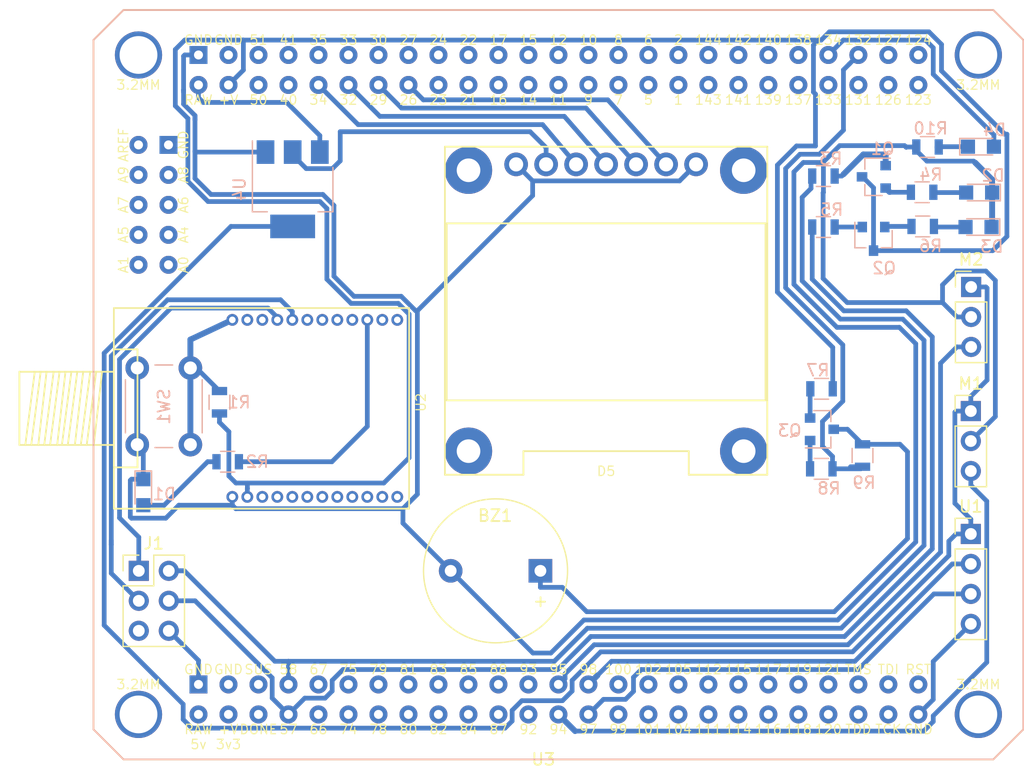
<source format=kicad_pcb>
(kicad_pcb (version 4) (host pcbnew 4.0.7)

  (general
    (links 66)
    (no_connects 8)
    (area 0 0 0 0)
    (thickness 1.6)
    (drawings 0)
    (tracks 357)
    (zones 0)
    (modules 27)
    (nets 135)
  )

  (page A4)
  (title_block
    (title "Mojo(v3) Shield (PCB)")
    (date 2018-06-03)
    (rev v0.1.0.17)
    (company "Johann Lee <me@qinka.pro>")
    (comment 1 GPLv3)
  )

  (layers
    (0 F.Cu signal)
    (31 B.Cu signal)
    (32 B.Adhes user)
    (33 F.Adhes user)
    (34 B.Paste user)
    (35 F.Paste user)
    (36 B.SilkS user)
    (37 F.SilkS user)
    (38 B.Mask user)
    (39 F.Mask user)
    (40 Dwgs.User user)
    (41 Cmts.User user)
    (42 Eco1.User user)
    (43 Eco2.User user)
    (44 Edge.Cuts user)
    (45 Margin user)
    (46 B.CrtYd user)
    (47 F.CrtYd user)
    (48 B.Fab user)
    (49 F.Fab user)
  )

  (setup
    (last_trace_width 0.25)
    (trace_clearance 0.2)
    (zone_clearance 0.508)
    (zone_45_only no)
    (trace_min 0.2)
    (segment_width 0.2)
    (edge_width 0.15)
    (via_size 0.4)
    (via_drill 0.3)
    (via_min_size 0.4)
    (via_min_drill 0.3)
    (uvia_size 0.3)
    (uvia_drill 0.1)
    (uvias_allowed no)
    (uvia_min_size 0.2)
    (uvia_min_drill 0.1)
    (pcb_text_width 0.3)
    (pcb_text_size 1.5 1.5)
    (mod_edge_width 0.15)
    (mod_text_size 1 1)
    (mod_text_width 0.15)
    (pad_size 1.524 1.524)
    (pad_drill 0.762)
    (pad_to_mask_clearance 0.2)
    (aux_axis_origin 0 0)
    (visible_elements 7FFFFFFF)
    (pcbplotparams
      (layerselection 0x000f0_80000001)
      (usegerberextensions true)
      (usegerberattributes true)
      (excludeedgelayer true)
      (linewidth 0.100000)
      (plotframeref true)
      (viasonmask false)
      (mode 1)
      (useauxorigin true)
      (hpglpennumber 1)
      (hpglpenspeed 20)
      (hpglpendiameter 15)
      (hpglpenoverlay 2)
      (psnegative false)
      (psa4output false)
      (plotreference true)
      (plotvalue true)
      (plotinvisibletext false)
      (padsonsilk false)
      (subtractmaskfromsilk false)
      (outputformat 1)
      (mirror false)
      (drillshape 0)
      (scaleselection 1)
      (outputdirectory output.d))
  )

  (net 0 "")
  (net 1 GND)
  (net 2 "Net-(D1-Pad2)")
  (net 3 "Net-(D2-Pad2)")
  (net 4 "Net-(D3-Pad2)")
  (net 5 "Net-(D4-Pad2)")
  (net 6 "Net-(D4-Pad1)")
  (net 7 +5V)
  (net 8 "Net-(J1-Pad1)")
  (net 9 /UART/UART_TX)
  (net 10 "Net-(J1-Pad3)")
  (net 11 /UART/UART_RX)
  (net 12 "Net-(J1-Pad5)")
  (net 13 /UDAR-board/PWM1)
  (net 14 /UDAR-board/PWM2)
  (net 15 "Net-(Q1-Pad1)")
  (net 16 "Net-(Q1-Pad2)")
  (net 17 +3V3)
  (net 18 "Net-(Q2-Pad1)")
  (net 19 "Net-(Q2-Pad2)")
  (net 20 /UDAR-board/Trig)
  (net 21 /UDAR-board/Echo)
  (net 22 "Net-(U2-PadA3)")
  (net 23 "Net-(U2-PadA4)")
  (net 24 "Net-(U2-PadA5)")
  (net 25 "Net-(U2-PadA6)")
  (net 26 "Net-(U2-PadA7)")
  (net 27 "Net-(U2-PadA8)")
  (net 28 "Net-(U2-PadA9)")
  (net 29 "Net-(U2-PadA10)")
  (net 30 "Net-(U2-PadB2)")
  (net 31 "Net-(U2-PadB3)")
  (net 32 "Net-(U2-PadB6)")
  (net 33 "Net-(U2-PadB7)")
  (net 34 "Net-(U2-PadB8)")
  (net 35 "Net-(U2-PadB9)")
  (net 36 "Net-(U2-PadA11)")
  (net 37 "Net-(U2-PadA12)")
  (net 38 "Net-(U2-PadB11)")
  (net 39 "Net-(U2-PadB12)")
  (net 40 "Net-(U3-Pad1)")
  (net 41 "Net-(U3-Pad2)")
  (net 42 "Net-(U3-Pad5)")
  (net 43 "Net-(U3-Pad6)")
  (net 44 "Net-(U3-Pad7)")
  (net 45 "Net-(U3-Pad8)")
  (net 46 "Net-(U3-Pad9)")
  (net 47 "Net-(U3-Pad10)")
  (net 48 "Net-(U3-Pad11)")
  (net 49 "Net-(U3-Pad12)")
  (net 50 "Net-(U3-Pad14)")
  (net 51 "Net-(U3-Pad15)")
  (net 52 "Net-(U3-Pad16)")
  (net 53 "Net-(U3-Pad17)")
  (net 54 "Net-(U3-Pad41)")
  (net 55 "Net-(U3-Pad50)")
  (net 56 "Net-(U3-Pad51)")
  (net 57 "Net-(U3-Pad74)")
  (net 58 "Net-(U3-Pad75)")
  (net 59 "Net-(U3-Pad78)")
  (net 60 "Net-(U3-Pad79)")
  (net 61 "Net-(U3-Pad80)")
  (net 62 "Net-(U3-Pad81)")
  (net 63 "Net-(U3-Pad82)")
  (net 64 "Net-(U3-Pad83)")
  (net 65 "Net-(U3-Pad84)")
  (net 66 "Net-(U3-Pad85)")
  (net 67 "Net-(U3-Pad87)")
  (net 68 "Net-(U3-Pad88)")
  (net 69 "Net-(U3-Pad92)")
  (net 70 "Net-(U3-Pad93)")
  (net 71 "Net-(U3-Pad99)")
  (net 72 "Net-(U3-Pad100)")
  (net 73 "Net-(U3-Pad101)")
  (net 74 "Net-(U3-Pad102)")
  (net 75 "Net-(U3-Pad104)")
  (net 76 "Net-(U3-Pad105)")
  (net 77 "Net-(U3-Pad111)")
  (net 78 "Net-(U3-Pad112)")
  (net 79 "Net-(U3-Pad114)")
  (net 80 "Net-(U3-Pad115)")
  (net 81 "Net-(U3-Pad117)")
  (net 82 "Net-(U3-Pad118)")
  (net 83 "Net-(U3-Pad119)")
  (net 84 "Net-(U3-Pad120)")
  (net 85 "Net-(U3-Pad121)")
  (net 86 "Net-(U3-Pad123)")
  (net 87 "Net-(U3-Pad124)")
  (net 88 "Net-(U3-Pad126)")
  (net 89 "Net-(U3-Pad127)")
  (net 90 "Net-(U3-Pad131)")
  (net 91 "Net-(U3-Pad133)")
  (net 92 "Net-(U3-Pad137)")
  (net 93 "Net-(U3-Pad138)")
  (net 94 "Net-(U3-Pad139)")
  (net 95 "Net-(U3-Pad140)")
  (net 96 "Net-(U3-Pad141)")
  (net 97 "Net-(U3-Pad142)")
  (net 98 "Net-(U3-Pad143)")
  (net 99 "Net-(U3-Pad144)")
  (net 100 "Net-(U3-PadA0)")
  (net 101 "Net-(U3-PadA1)")
  (net 102 "Net-(U3-PadA4)")
  (net 103 "Net-(U3-PadA5)")
  (net 104 "Net-(U3-PadA6)")
  (net 105 "Net-(U3-PadA7)")
  (net 106 "Net-(U3-PadA8)")
  (net 107 "Net-(U3-PadA9)")
  (net 108 "Net-(U3-PadAREF)")
  (net 109 "Net-(U3-PadDONE)")
  (net 110 "Net-(U3-PadRST)")
  (net 111 "Net-(U3-PadSUS)")
  (net 112 "Net-(U3-PadTDD)")
  (net 113 "Net-(U3-PadTDI)")
  (net 114 "Net-(U3-PadTMS)")
  (net 115 "Net-(U3-Pad66)")
  (net 116 "/0.96 OLED/CLK")
  (net 117 "/0.96 OLED/DATA")
  (net 118 "/0.96 OLED/RST")
  (net 119 "/0.96 OLED/DC")
  (net 120 "Net-(Q3-Pad1)")
  (net 121 "Net-(Q3-Pad2)")
  (net 122 "Net-(BZ1-Pad1)")
  (net 123 "Net-(R1-Pad2)")
  (net 124 "Net-(R2-Pad2)")
  (net 125 "Net-(R8-Pad1)")
  (net 126 "Net-(U3-Pad23)")
  (net 127 "Net-(U3-Pad24)")
  (net 128 "Net-(U3-Pad27)")
  (net 129 "Net-(U3-Pad30)")
  (net 130 "Net-(U3-Pad33)")
  (net 131 "Net-(U3-Pad35)")
  (net 132 "Net-(U3-Pad40)")
  (net 133 "Net-(U3-PadRAW)")
  (net 134 "Net-(U3-Pad67)")

  (net_class Default 这是默认网络组.
    (clearance 0.2)
    (trace_width 0.25)
    (via_dia 0.4)
    (via_drill 0.3)
    (uvia_dia 0.3)
    (uvia_drill 0.1)
    (add_net "Net-(U3-Pad67)")
  )

  (net_class self ""
    (clearance 0.2)
    (trace_width 0.4)
    (via_dia 0.6)
    (via_drill 0.4)
    (uvia_dia 0.3)
    (uvia_drill 0.1)
    (add_net +3V3)
    (add_net +5V)
    (add_net "/0.96 OLED/CLK")
    (add_net "/0.96 OLED/DATA")
    (add_net "/0.96 OLED/DC")
    (add_net "/0.96 OLED/RST")
    (add_net /UART/UART_RX)
    (add_net /UART/UART_TX)
    (add_net /UDAR-board/Echo)
    (add_net /UDAR-board/PWM1)
    (add_net /UDAR-board/PWM2)
    (add_net /UDAR-board/Trig)
    (add_net GND)
    (add_net "Net-(BZ1-Pad1)")
    (add_net "Net-(D1-Pad2)")
    (add_net "Net-(D2-Pad2)")
    (add_net "Net-(D3-Pad2)")
    (add_net "Net-(D4-Pad1)")
    (add_net "Net-(D4-Pad2)")
    (add_net "Net-(J1-Pad1)")
    (add_net "Net-(J1-Pad3)")
    (add_net "Net-(J1-Pad5)")
    (add_net "Net-(Q1-Pad1)")
    (add_net "Net-(Q1-Pad2)")
    (add_net "Net-(Q2-Pad1)")
    (add_net "Net-(Q2-Pad2)")
    (add_net "Net-(Q3-Pad1)")
    (add_net "Net-(Q3-Pad2)")
    (add_net "Net-(R1-Pad2)")
    (add_net "Net-(R2-Pad2)")
    (add_net "Net-(R8-Pad1)")
    (add_net "Net-(U2-PadA10)")
    (add_net "Net-(U2-PadA11)")
    (add_net "Net-(U2-PadA12)")
    (add_net "Net-(U2-PadA3)")
    (add_net "Net-(U2-PadA4)")
    (add_net "Net-(U2-PadA5)")
    (add_net "Net-(U2-PadA6)")
    (add_net "Net-(U2-PadA7)")
    (add_net "Net-(U2-PadA8)")
    (add_net "Net-(U2-PadA9)")
    (add_net "Net-(U2-PadB11)")
    (add_net "Net-(U2-PadB12)")
    (add_net "Net-(U2-PadB2)")
    (add_net "Net-(U2-PadB3)")
    (add_net "Net-(U2-PadB6)")
    (add_net "Net-(U2-PadB7)")
    (add_net "Net-(U2-PadB8)")
    (add_net "Net-(U2-PadB9)")
    (add_net "Net-(U3-Pad1)")
    (add_net "Net-(U3-Pad10)")
    (add_net "Net-(U3-Pad100)")
    (add_net "Net-(U3-Pad101)")
    (add_net "Net-(U3-Pad102)")
    (add_net "Net-(U3-Pad104)")
    (add_net "Net-(U3-Pad105)")
    (add_net "Net-(U3-Pad11)")
    (add_net "Net-(U3-Pad111)")
    (add_net "Net-(U3-Pad112)")
    (add_net "Net-(U3-Pad114)")
    (add_net "Net-(U3-Pad115)")
    (add_net "Net-(U3-Pad117)")
    (add_net "Net-(U3-Pad118)")
    (add_net "Net-(U3-Pad119)")
    (add_net "Net-(U3-Pad12)")
    (add_net "Net-(U3-Pad120)")
    (add_net "Net-(U3-Pad121)")
    (add_net "Net-(U3-Pad123)")
    (add_net "Net-(U3-Pad124)")
    (add_net "Net-(U3-Pad126)")
    (add_net "Net-(U3-Pad127)")
    (add_net "Net-(U3-Pad131)")
    (add_net "Net-(U3-Pad133)")
    (add_net "Net-(U3-Pad137)")
    (add_net "Net-(U3-Pad138)")
    (add_net "Net-(U3-Pad139)")
    (add_net "Net-(U3-Pad14)")
    (add_net "Net-(U3-Pad140)")
    (add_net "Net-(U3-Pad141)")
    (add_net "Net-(U3-Pad142)")
    (add_net "Net-(U3-Pad143)")
    (add_net "Net-(U3-Pad144)")
    (add_net "Net-(U3-Pad15)")
    (add_net "Net-(U3-Pad16)")
    (add_net "Net-(U3-Pad17)")
    (add_net "Net-(U3-Pad2)")
    (add_net "Net-(U3-Pad23)")
    (add_net "Net-(U3-Pad24)")
    (add_net "Net-(U3-Pad27)")
    (add_net "Net-(U3-Pad30)")
    (add_net "Net-(U3-Pad33)")
    (add_net "Net-(U3-Pad35)")
    (add_net "Net-(U3-Pad40)")
    (add_net "Net-(U3-Pad41)")
    (add_net "Net-(U3-Pad5)")
    (add_net "Net-(U3-Pad50)")
    (add_net "Net-(U3-Pad51)")
    (add_net "Net-(U3-Pad6)")
    (add_net "Net-(U3-Pad66)")
    (add_net "Net-(U3-Pad7)")
    (add_net "Net-(U3-Pad74)")
    (add_net "Net-(U3-Pad75)")
    (add_net "Net-(U3-Pad78)")
    (add_net "Net-(U3-Pad79)")
    (add_net "Net-(U3-Pad8)")
    (add_net "Net-(U3-Pad80)")
    (add_net "Net-(U3-Pad81)")
    (add_net "Net-(U3-Pad82)")
    (add_net "Net-(U3-Pad83)")
    (add_net "Net-(U3-Pad84)")
    (add_net "Net-(U3-Pad85)")
    (add_net "Net-(U3-Pad87)")
    (add_net "Net-(U3-Pad88)")
    (add_net "Net-(U3-Pad9)")
    (add_net "Net-(U3-Pad92)")
    (add_net "Net-(U3-Pad93)")
    (add_net "Net-(U3-Pad99)")
    (add_net "Net-(U3-PadA0)")
    (add_net "Net-(U3-PadA1)")
    (add_net "Net-(U3-PadA4)")
    (add_net "Net-(U3-PadA5)")
    (add_net "Net-(U3-PadA6)")
    (add_net "Net-(U3-PadA7)")
    (add_net "Net-(U3-PadA8)")
    (add_net "Net-(U3-PadA9)")
    (add_net "Net-(U3-PadAREF)")
    (add_net "Net-(U3-PadDONE)")
    (add_net "Net-(U3-PadRAW)")
    (add_net "Net-(U3-PadRST)")
    (add_net "Net-(U3-PadSUS)")
    (add_net "Net-(U3-PadTDD)")
    (add_net "Net-(U3-PadTDI)")
    (add_net "Net-(U3-PadTMS)")
  )

  (net_class self-m ""
    (clearance 0.2)
    (trace_width 0.4)
    (via_dia 0.6)
    (via_drill 0.4)
    (uvia_dia 0.3)
    (uvia_drill 0.1)
  )

  (module ZG-Mxx:ZG-Mxx_DIP_E (layer F.Cu) (tedit 5AF81D94) (tstamp 5AFA6DD1)
    (at 118.9736 100.6348 90)
    (path /5AF825C7/5AF84409)
    (fp_text reference U2 (at 0.5 15 90) (layer F.SilkS)
      (effects (font (size 0.8 0.8) (thickness 0.1)))
    )
    (fp_text value ZG-Mxx (at 0 -20 90) (layer F.Fab)
      (effects (font (size 0.8 0.8) (thickness 0.1)))
    )
    (fp_line (start 5 -9) (end 5 -11) (layer F.SilkS) (width 0.15))
    (fp_line (start -5 -9) (end 5 -9) (layer F.SilkS) (width 0.15))
    (fp_line (start -5 -11) (end -5 -9) (layer F.SilkS) (width 0.15))
    (fp_line (start -3.1 -17.4) (end 3.1 -16.7) (layer F.SilkS) (width 0.15))
    (fp_line (start -3.1 -18) (end 3.1 -17.2) (layer F.SilkS) (width 0.15))
    (fp_line (start -3.1 -18.5) (end 3.1 -17.7) (layer F.SilkS) (width 0.15))
    (fp_line (start -3.1 -19) (end -3.1 -11) (layer F.SilkS) (width 0.15))
    (fp_line (start 3.1 -19) (end 3.1 -11) (layer F.SilkS) (width 0.15))
    (fp_line (start 3.1 -19) (end -3.1 -19) (layer F.SilkS) (width 0.15))
    (fp_line (start 8.5 -11) (end -8.5 -11) (layer F.SilkS) (width 0.15))
    (fp_line (start -8.5 14) (end -8.5 -11) (layer F.SilkS) (width 0.15))
    (fp_line (start 8.5 14) (end 8.5 -11) (layer F.SilkS) (width 0.15))
    (fp_line (start -8.5 14) (end 8.5 14) (layer F.SilkS) (width 0.15))
    (fp_line (start -3.1 -16.9) (end 3.1 -16.1) (layer F.SilkS) (width 0.15))
    (fp_line (start -3.1 -16.4) (end 3.1 -15.6) (layer F.SilkS) (width 0.15))
    (fp_line (start -3.1 -15.8) (end 3.1 -15.1) (layer F.SilkS) (width 0.15))
    (fp_line (start -3.1 -13.8) (end 3.1 -13) (layer F.SilkS) (width 0.15))
    (fp_line (start -3.1 -13.3) (end 3.1 -12.5) (layer F.SilkS) (width 0.15))
    (fp_line (start -3.1 -12.7) (end 3.1 -12) (layer F.SilkS) (width 0.15))
    (fp_line (start -3.1 -14.3) (end 3.1 -13.6) (layer F.SilkS) (width 0.15))
    (fp_line (start -3.1 -14.9) (end 3.1 -14.1) (layer F.SilkS) (width 0.15))
    (fp_line (start -3.1 -15.4) (end 3.1 -14.6) (layer F.SilkS) (width 0.15))
    (pad A1 thru_hole circle (at -7.5 -0.97 90) (size 1 1) (drill 0.5588) (layers *.Cu *.Mask)
      (net 1 GND))
    (pad A2 thru_hole circle (at -7.5 0.3 90) (size 1 1) (drill 0.5588) (layers *.Cu *.Mask)
      (net 17 +3V3))
    (pad A3 thru_hole circle (at -7.5 1.57 90) (size 1 1) (drill 0.5588) (layers *.Cu *.Mask)
      (net 22 "Net-(U2-PadA3)"))
    (pad A4 thru_hole circle (at -7.5 2.84 90) (size 1 1) (drill 0.5588) (layers *.Cu *.Mask)
      (net 23 "Net-(U2-PadA4)"))
    (pad A5 thru_hole circle (at -7.5 4.11 90) (size 1 1) (drill 0.5588) (layers *.Cu *.Mask)
      (net 24 "Net-(U2-PadA5)"))
    (pad A6 thru_hole circle (at -7.5 5.38 90) (size 1 1) (drill 0.5588) (layers *.Cu *.Mask)
      (net 25 "Net-(U2-PadA6)"))
    (pad A7 thru_hole circle (at -7.5 6.65 90) (size 1 1) (drill 0.5588) (layers *.Cu *.Mask)
      (net 26 "Net-(U2-PadA7)"))
    (pad A8 thru_hole circle (at -7.5 7.92 90) (size 1 1) (drill 0.5588) (layers *.Cu *.Mask)
      (net 27 "Net-(U2-PadA8)"))
    (pad A9 thru_hole circle (at -7.5 9.19 90) (size 1 1) (drill 0.5588) (layers *.Cu *.Mask)
      (net 28 "Net-(U2-PadA9)"))
    (pad A10 thru_hole circle (at -7.5 10.46 90) (size 1 1) (drill 0.5588) (layers *.Cu *.Mask)
      (net 29 "Net-(U2-PadA10)"))
    (pad B1 thru_hole circle (at 7.5 -0.97 90) (size 1 1) (drill 0.5588) (layers *.Cu *.Mask)
      (net 123 "Net-(R1-Pad2)"))
    (pad B2 thru_hole circle (at 7.5 0.3 90) (size 1 1) (drill 0.5588) (layers *.Cu *.Mask)
      (net 30 "Net-(U2-PadB2)"))
    (pad B3 thru_hole circle (at 7.5 1.57 90) (size 1 1) (drill 0.5588) (layers *.Cu *.Mask)
      (net 31 "Net-(U2-PadB3)"))
    (pad B4 thru_hole circle (at 7.5 2.84 90) (size 1 1) (drill 0.5588) (layers *.Cu *.Mask)
      (net 8 "Net-(J1-Pad1)"))
    (pad B5 thru_hole circle (at 7.5 4.11 90) (size 1 1) (drill 0.5588) (layers *.Cu *.Mask)
      (net 10 "Net-(J1-Pad3)"))
    (pad B6 thru_hole circle (at 7.5 5.38 90) (size 1 1) (drill 0.5588) (layers *.Cu *.Mask)
      (net 32 "Net-(U2-PadB6)"))
    (pad B7 thru_hole circle (at 7.5 6.65 90) (size 1 1) (drill 0.5588) (layers *.Cu *.Mask)
      (net 33 "Net-(U2-PadB7)"))
    (pad B8 thru_hole circle (at 7.5 7.92 90) (size 1 1) (drill 0.5588) (layers *.Cu *.Mask)
      (net 34 "Net-(U2-PadB8)"))
    (pad B9 thru_hole circle (at 7.5 9.19 90) (size 1 1) (drill 0.5588) (layers *.Cu *.Mask)
      (net 35 "Net-(U2-PadB9)"))
    (pad B10 thru_hole circle (at 7.5 10.46 90) (size 1 1) (drill 0.5588) (layers *.Cu *.Mask)
      (net 124 "Net-(R2-Pad2)"))
    (pad A11 thru_hole circle (at -7.5 11.73 90) (size 1 1) (drill 0.5588) (layers *.Cu *.Mask)
      (net 36 "Net-(U2-PadA11)"))
    (pad A12 thru_hole circle (at -7.5 13 90) (size 1 1) (drill 0.5588) (layers *.Cu *.Mask)
      (net 37 "Net-(U2-PadA12)"))
    (pad B11 thru_hole circle (at 7.5 11.73 90) (size 1 1) (drill 0.5588) (layers *.Cu *.Mask)
      (net 38 "Net-(U2-PadB11)"))
    (pad B12 thru_hole circle (at 7.5 13 90) (size 1 1) (drill 0.5588) (layers *.Cu *.Mask)
      (net 39 "Net-(U2-PadB12)"))
  )

  (module Resistors_SMD:R_0805 (layer B.Cu) (tedit 58E0A804) (tstamp 5AFE8901)
    (at 117.6122 105.156)
    (descr "Resistor SMD 0805, reflow soldering, Vishay (see dcrcw.pdf)")
    (tags "resistor 0805")
    (path /5AF825C7/5AF8451C)
    (attr smd)
    (fp_text reference R2 (at 2.5044 0) (layer B.SilkS)
      (effects (font (size 1 1) (thickness 0.15)) (justify mirror))
    )
    (fp_text value R (at 0 -1.75) (layer B.Fab)
      (effects (font (size 1 1) (thickness 0.15)) (justify mirror))
    )
    (fp_text user %R (at 0 0) (layer B.Fab)
      (effects (font (size 0.5 0.5) (thickness 0.075)) (justify mirror))
    )
    (fp_line (start -1 -0.62) (end -1 0.62) (layer B.Fab) (width 0.1))
    (fp_line (start 1 -0.62) (end -1 -0.62) (layer B.Fab) (width 0.1))
    (fp_line (start 1 0.62) (end 1 -0.62) (layer B.Fab) (width 0.1))
    (fp_line (start -1 0.62) (end 1 0.62) (layer B.Fab) (width 0.1))
    (fp_line (start 0.6 -0.88) (end -0.6 -0.88) (layer B.SilkS) (width 0.12))
    (fp_line (start -0.6 0.88) (end 0.6 0.88) (layer B.SilkS) (width 0.12))
    (fp_line (start -1.55 0.9) (end 1.55 0.9) (layer B.CrtYd) (width 0.05))
    (fp_line (start -1.55 0.9) (end -1.55 -0.9) (layer B.CrtYd) (width 0.05))
    (fp_line (start 1.55 -0.9) (end 1.55 0.9) (layer B.CrtYd) (width 0.05))
    (fp_line (start 1.55 -0.9) (end -1.55 -0.9) (layer B.CrtYd) (width 0.05))
    (pad 1 smd rect (at -0.95 0) (size 0.7 1.3) (layers B.Cu B.Paste B.Mask)
      (net 2 "Net-(D1-Pad2)"))
    (pad 2 smd rect (at 0.95 0) (size 0.7 1.3) (layers B.Cu B.Paste B.Mask)
      (net 124 "Net-(R2-Pad2)"))
    (model ${KISYS3DMOD}/Resistors_SMD.3dshapes/R_0805.wrl
      (at (xyz 0 0 0))
      (scale (xyz 1 1 1))
      (rotate (xyz 0 0 0))
    )
  )

  (module LEDs:LED_0805 (layer B.Cu) (tedit 59959803) (tstamp 5AFA6D0B)
    (at 181.2466 82.3468 180)
    (descr "LED 0805 smd package")
    (tags "LED led 0805 SMD smd SMT smt smdled SMDLED smtled SMTLED")
    (path /5AF825C7/5AF84F19)
    (attr smd)
    (fp_text reference D2 (at -1.1762 1.4478 180) (layer B.SilkS)
      (effects (font (size 1 1) (thickness 0.15)) (justify mirror))
    )
    (fp_text value LED (at 0 -1.55 180) (layer B.Fab)
      (effects (font (size 1 1) (thickness 0.15)) (justify mirror))
    )
    (fp_line (start -1.8 0.7) (end -1.8 -0.7) (layer B.SilkS) (width 0.12))
    (fp_line (start -0.4 0.4) (end -0.4 -0.4) (layer B.Fab) (width 0.1))
    (fp_line (start -0.4 0) (end 0.2 0.4) (layer B.Fab) (width 0.1))
    (fp_line (start 0.2 -0.4) (end -0.4 0) (layer B.Fab) (width 0.1))
    (fp_line (start 0.2 0.4) (end 0.2 -0.4) (layer B.Fab) (width 0.1))
    (fp_line (start 1 -0.6) (end -1 -0.6) (layer B.Fab) (width 0.1))
    (fp_line (start 1 0.6) (end 1 -0.6) (layer B.Fab) (width 0.1))
    (fp_line (start -1 0.6) (end 1 0.6) (layer B.Fab) (width 0.1))
    (fp_line (start -1 -0.6) (end -1 0.6) (layer B.Fab) (width 0.1))
    (fp_line (start -1.8 -0.7) (end 1 -0.7) (layer B.SilkS) (width 0.12))
    (fp_line (start -1.8 0.7) (end 1 0.7) (layer B.SilkS) (width 0.12))
    (fp_line (start 1.95 0.85) (end 1.95 -0.85) (layer B.CrtYd) (width 0.05))
    (fp_line (start 1.95 -0.85) (end -1.95 -0.85) (layer B.CrtYd) (width 0.05))
    (fp_line (start -1.95 -0.85) (end -1.95 0.85) (layer B.CrtYd) (width 0.05))
    (fp_line (start -1.95 0.85) (end 1.95 0.85) (layer B.CrtYd) (width 0.05))
    (fp_text user %R (at 0 1.25 180) (layer B.Fab)
      (effects (font (size 0.4 0.4) (thickness 0.1)) (justify mirror))
    )
    (pad 2 smd rect (at 1.1 0) (size 1.2 1.2) (layers B.Cu B.Paste B.Mask)
      (net 3 "Net-(D2-Pad2)"))
    (pad 1 smd rect (at -1.1 0) (size 1.2 1.2) (layers B.Cu B.Paste B.Mask)
      (net 1 GND))
    (model ${KISYS3DMOD}/LEDs.3dshapes/LED_0805.wrl
      (at (xyz 0 0 0))
      (scale (xyz 1 1 1))
      (rotate (xyz 0 0 180))
    )
  )

  (module LEDs:LED_0805 (layer B.Cu) (tedit 59959803) (tstamp 5AFA6D11)
    (at 181.1958 85.2678 180)
    (descr "LED 0805 smd package")
    (tags "LED led 0805 SMD smd SMT smt smdled SMDLED smtled SMTLED")
    (path /5AF825C7/5AF84F91)
    (attr smd)
    (fp_text reference D3 (at -1.1254 -1.651 180) (layer B.SilkS)
      (effects (font (size 1 1) (thickness 0.15)) (justify mirror))
    )
    (fp_text value LED (at 0 -1.55 180) (layer B.Fab)
      (effects (font (size 1 1) (thickness 0.15)) (justify mirror))
    )
    (fp_line (start -1.8 0.7) (end -1.8 -0.7) (layer B.SilkS) (width 0.12))
    (fp_line (start -0.4 0.4) (end -0.4 -0.4) (layer B.Fab) (width 0.1))
    (fp_line (start -0.4 0) (end 0.2 0.4) (layer B.Fab) (width 0.1))
    (fp_line (start 0.2 -0.4) (end -0.4 0) (layer B.Fab) (width 0.1))
    (fp_line (start 0.2 0.4) (end 0.2 -0.4) (layer B.Fab) (width 0.1))
    (fp_line (start 1 -0.6) (end -1 -0.6) (layer B.Fab) (width 0.1))
    (fp_line (start 1 0.6) (end 1 -0.6) (layer B.Fab) (width 0.1))
    (fp_line (start -1 0.6) (end 1 0.6) (layer B.Fab) (width 0.1))
    (fp_line (start -1 -0.6) (end -1 0.6) (layer B.Fab) (width 0.1))
    (fp_line (start -1.8 -0.7) (end 1 -0.7) (layer B.SilkS) (width 0.12))
    (fp_line (start -1.8 0.7) (end 1 0.7) (layer B.SilkS) (width 0.12))
    (fp_line (start 1.95 0.85) (end 1.95 -0.85) (layer B.CrtYd) (width 0.05))
    (fp_line (start 1.95 -0.85) (end -1.95 -0.85) (layer B.CrtYd) (width 0.05))
    (fp_line (start -1.95 -0.85) (end -1.95 0.85) (layer B.CrtYd) (width 0.05))
    (fp_line (start -1.95 0.85) (end 1.95 0.85) (layer B.CrtYd) (width 0.05))
    (fp_text user %R (at 0 1.25 180) (layer B.Fab)
      (effects (font (size 0.4 0.4) (thickness 0.1)) (justify mirror))
    )
    (pad 2 smd rect (at 1.1 0) (size 1.2 1.2) (layers B.Cu B.Paste B.Mask)
      (net 4 "Net-(D3-Pad2)"))
    (pad 1 smd rect (at -1.1 0) (size 1.2 1.2) (layers B.Cu B.Paste B.Mask)
      (net 1 GND))
    (model ${KISYS3DMOD}/LEDs.3dshapes/LED_0805.wrl
      (at (xyz 0 0 0))
      (scale (xyz 1 1 1))
      (rotate (xyz 0 0 180))
    )
  )

  (module LEDs:LED_0805 (layer B.Cu) (tedit 59959803) (tstamp 5AFA6D17)
    (at 181.399 78.4606)
    (descr "LED 0805 smd package")
    (tags "LED led 0805 SMD smd SMT smt smdled SMDLED smtled SMTLED")
    (path /5AF6ECAE/5AF821C0)
    (attr smd)
    (fp_text reference D4 (at 1.1508 -1.4224) (layer B.SilkS)
      (effects (font (size 1 1) (thickness 0.15)) (justify mirror))
    )
    (fp_text value LED (at 0 -1.55) (layer B.Fab)
      (effects (font (size 1 1) (thickness 0.15)) (justify mirror))
    )
    (fp_line (start -1.8 0.7) (end -1.8 -0.7) (layer B.SilkS) (width 0.12))
    (fp_line (start -0.4 0.4) (end -0.4 -0.4) (layer B.Fab) (width 0.1))
    (fp_line (start -0.4 0) (end 0.2 0.4) (layer B.Fab) (width 0.1))
    (fp_line (start 0.2 -0.4) (end -0.4 0) (layer B.Fab) (width 0.1))
    (fp_line (start 0.2 0.4) (end 0.2 -0.4) (layer B.Fab) (width 0.1))
    (fp_line (start 1 -0.6) (end -1 -0.6) (layer B.Fab) (width 0.1))
    (fp_line (start 1 0.6) (end 1 -0.6) (layer B.Fab) (width 0.1))
    (fp_line (start -1 0.6) (end 1 0.6) (layer B.Fab) (width 0.1))
    (fp_line (start -1 -0.6) (end -1 0.6) (layer B.Fab) (width 0.1))
    (fp_line (start -1.8 -0.7) (end 1 -0.7) (layer B.SilkS) (width 0.12))
    (fp_line (start -1.8 0.7) (end 1 0.7) (layer B.SilkS) (width 0.12))
    (fp_line (start 1.95 0.85) (end 1.95 -0.85) (layer B.CrtYd) (width 0.05))
    (fp_line (start 1.95 -0.85) (end -1.95 -0.85) (layer B.CrtYd) (width 0.05))
    (fp_line (start -1.95 -0.85) (end -1.95 0.85) (layer B.CrtYd) (width 0.05))
    (fp_line (start -1.95 0.85) (end 1.95 0.85) (layer B.CrtYd) (width 0.05))
    (fp_text user %R (at 0 1.25) (layer B.Fab)
      (effects (font (size 0.4 0.4) (thickness 0.1)) (justify mirror))
    )
    (pad 2 smd rect (at 1.1 0 180) (size 1.2 1.2) (layers B.Cu B.Paste B.Mask)
      (net 5 "Net-(D4-Pad2)"))
    (pad 1 smd rect (at -1.1 0 180) (size 1.2 1.2) (layers B.Cu B.Paste B.Mask)
      (net 6 "Net-(D4-Pad1)"))
    (model ${KISYS3DMOD}/LEDs.3dshapes/LED_0805.wrl
      (at (xyz 0 0 0))
      (scale (xyz 1 1 1))
      (rotate (xyz 0 0 180))
    )
  )

  (module Pin_Headers:Pin_Header_Straight_2x03_Pitch2.54mm (layer F.Cu) (tedit 59650532) (tstamp 5AFA6D39)
    (at 110.0836 114.4016)
    (descr "Through hole straight pin header, 2x03, 2.54mm pitch, double rows")
    (tags "Through hole pin header THT 2x03 2.54mm double row")
    (path /5AF825C7/5AFA7E4C)
    (fp_text reference J1 (at 1.27 -2.33) (layer F.SilkS)
      (effects (font (size 1 1) (thickness 0.15)))
    )
    (fp_text value Conn_02x03_Odd_Even (at 1.27 7.41) (layer F.Fab)
      (effects (font (size 1 1) (thickness 0.15)))
    )
    (fp_line (start 0 -1.27) (end 3.81 -1.27) (layer F.Fab) (width 0.1))
    (fp_line (start 3.81 -1.27) (end 3.81 6.35) (layer F.Fab) (width 0.1))
    (fp_line (start 3.81 6.35) (end -1.27 6.35) (layer F.Fab) (width 0.1))
    (fp_line (start -1.27 6.35) (end -1.27 0) (layer F.Fab) (width 0.1))
    (fp_line (start -1.27 0) (end 0 -1.27) (layer F.Fab) (width 0.1))
    (fp_line (start -1.33 6.41) (end 3.87 6.41) (layer F.SilkS) (width 0.12))
    (fp_line (start -1.33 1.27) (end -1.33 6.41) (layer F.SilkS) (width 0.12))
    (fp_line (start 3.87 -1.33) (end 3.87 6.41) (layer F.SilkS) (width 0.12))
    (fp_line (start -1.33 1.27) (end 1.27 1.27) (layer F.SilkS) (width 0.12))
    (fp_line (start 1.27 1.27) (end 1.27 -1.33) (layer F.SilkS) (width 0.12))
    (fp_line (start 1.27 -1.33) (end 3.87 -1.33) (layer F.SilkS) (width 0.12))
    (fp_line (start -1.33 0) (end -1.33 -1.33) (layer F.SilkS) (width 0.12))
    (fp_line (start -1.33 -1.33) (end 0 -1.33) (layer F.SilkS) (width 0.12))
    (fp_line (start -1.8 -1.8) (end -1.8 6.85) (layer F.CrtYd) (width 0.05))
    (fp_line (start -1.8 6.85) (end 4.35 6.85) (layer F.CrtYd) (width 0.05))
    (fp_line (start 4.35 6.85) (end 4.35 -1.8) (layer F.CrtYd) (width 0.05))
    (fp_line (start 4.35 -1.8) (end -1.8 -1.8) (layer F.CrtYd) (width 0.05))
    (fp_text user %R (at 1.27 2.54 90) (layer F.Fab)
      (effects (font (size 1 1) (thickness 0.15)))
    )
    (pad 1 thru_hole rect (at 0 0) (size 1.7 1.7) (drill 1) (layers *.Cu *.Mask)
      (net 8 "Net-(J1-Pad1)"))
    (pad 2 thru_hole oval (at 2.54 0) (size 1.7 1.7) (drill 1) (layers *.Cu *.Mask)
      (net 9 /UART/UART_TX))
    (pad 3 thru_hole oval (at 0 2.54) (size 1.7 1.7) (drill 1) (layers *.Cu *.Mask)
      (net 10 "Net-(J1-Pad3)"))
    (pad 4 thru_hole oval (at 2.54 2.54) (size 1.7 1.7) (drill 1) (layers *.Cu *.Mask)
      (net 11 /UART/UART_RX))
    (pad 5 thru_hole oval (at 0 5.08) (size 1.7 1.7) (drill 1) (layers *.Cu *.Mask)
      (net 12 "Net-(J1-Pad5)"))
    (pad 6 thru_hole oval (at 2.54 5.08) (size 1.7 1.7) (drill 1) (layers *.Cu *.Mask)
      (net 1 GND))
    (model ${KISYS3DMOD}/Pin_Headers.3dshapes/Pin_Header_Straight_2x03_Pitch2.54mm.wrl
      (at (xyz 0 0 0))
      (scale (xyz 1 1 1))
      (rotate (xyz 0 0 0))
    )
  )

  (module Pin_Headers:Pin_Header_Straight_1x03_Pitch2.54mm (layer F.Cu) (tedit 5AFA7304) (tstamp 5AFA6D40)
    (at 180.5432 100.8634)
    (descr "Through hole straight pin header, 1x03, 2.54mm pitch, single row")
    (tags "Through hole pin header THT 1x03 2.54mm single row")
    (path /5AF6EEAA/5AF6EF76)
    (fp_text reference M1 (at 0 -2.33) (layer F.SilkS)
      (effects (font (size 1 1) (thickness 0.15)))
    )
    (fp_text value Motor_Servo_AirTronics (at 2.6924 2.5908 90) (layer F.Fab)
      (effects (font (size 1 1) (thickness 0.15)))
    )
    (fp_line (start -0.635 -1.27) (end 1.27 -1.27) (layer F.Fab) (width 0.1))
    (fp_line (start 1.27 -1.27) (end 1.27 6.35) (layer F.Fab) (width 0.1))
    (fp_line (start 1.27 6.35) (end -1.27 6.35) (layer F.Fab) (width 0.1))
    (fp_line (start -1.27 6.35) (end -1.27 -0.635) (layer F.Fab) (width 0.1))
    (fp_line (start -1.27 -0.635) (end -0.635 -1.27) (layer F.Fab) (width 0.1))
    (fp_line (start -1.33 6.41) (end 1.33 6.41) (layer F.SilkS) (width 0.12))
    (fp_line (start -1.33 1.27) (end -1.33 6.41) (layer F.SilkS) (width 0.12))
    (fp_line (start 1.33 1.27) (end 1.33 6.41) (layer F.SilkS) (width 0.12))
    (fp_line (start -1.33 1.27) (end 1.33 1.27) (layer F.SilkS) (width 0.12))
    (fp_line (start -1.33 0) (end -1.33 -1.33) (layer F.SilkS) (width 0.12))
    (fp_line (start -1.33 -1.33) (end 0 -1.33) (layer F.SilkS) (width 0.12))
    (fp_line (start -1.8 -1.8) (end -1.8 6.85) (layer F.CrtYd) (width 0.05))
    (fp_line (start -1.8 6.85) (end 1.8 6.85) (layer F.CrtYd) (width 0.05))
    (fp_line (start 1.8 6.85) (end 1.8 -1.8) (layer F.CrtYd) (width 0.05))
    (fp_line (start 1.8 -1.8) (end -1.8 -1.8) (layer F.CrtYd) (width 0.05))
    (fp_text user %R (at 0 2.54 90) (layer F.Fab)
      (effects (font (size 1 1) (thickness 0.15)))
    )
    (pad 1 thru_hole rect (at 0 0) (size 1.7 1.7) (drill 1) (layers *.Cu *.Mask)
      (net 7 +5V))
    (pad 2 thru_hole oval (at 0 2.54) (size 1.7 1.7) (drill 1) (layers *.Cu *.Mask)
      (net 1 GND))
    (pad 3 thru_hole oval (at 0 5.08) (size 1.7 1.7) (drill 1) (layers *.Cu *.Mask)
      (net 13 /UDAR-board/PWM1))
    (model ${KISYS3DMOD}/Pin_Headers.3dshapes/Pin_Header_Straight_1x03_Pitch2.54mm.wrl
      (at (xyz 0 0 0))
      (scale (xyz 1 1 1))
      (rotate (xyz 0 0 0))
    )
  )

  (module Pin_Headers:Pin_Header_Straight_1x03_Pitch2.54mm (layer F.Cu) (tedit 5AFA730A) (tstamp 5AFA6D47)
    (at 180.5686 90.3478)
    (descr "Through hole straight pin header, 1x03, 2.54mm pitch, single row")
    (tags "Through hole pin header THT 1x03 2.54mm single row")
    (path /5AF6EEAA/5AF6EFE4)
    (fp_text reference M2 (at 0 -2.33) (layer F.SilkS)
      (effects (font (size 1 1) (thickness 0.15)))
    )
    (fp_text value Motor_Servo_AirTronics (at 2.8702 2.413 90) (layer F.Fab)
      (effects (font (size 1 1) (thickness 0.15)))
    )
    (fp_line (start -0.635 -1.27) (end 1.27 -1.27) (layer F.Fab) (width 0.1))
    (fp_line (start 1.27 -1.27) (end 1.27 6.35) (layer F.Fab) (width 0.1))
    (fp_line (start 1.27 6.35) (end -1.27 6.35) (layer F.Fab) (width 0.1))
    (fp_line (start -1.27 6.35) (end -1.27 -0.635) (layer F.Fab) (width 0.1))
    (fp_line (start -1.27 -0.635) (end -0.635 -1.27) (layer F.Fab) (width 0.1))
    (fp_line (start -1.33 6.41) (end 1.33 6.41) (layer F.SilkS) (width 0.12))
    (fp_line (start -1.33 1.27) (end -1.33 6.41) (layer F.SilkS) (width 0.12))
    (fp_line (start 1.33 1.27) (end 1.33 6.41) (layer F.SilkS) (width 0.12))
    (fp_line (start -1.33 1.27) (end 1.33 1.27) (layer F.SilkS) (width 0.12))
    (fp_line (start -1.33 0) (end -1.33 -1.33) (layer F.SilkS) (width 0.12))
    (fp_line (start -1.33 -1.33) (end 0 -1.33) (layer F.SilkS) (width 0.12))
    (fp_line (start -1.8 -1.8) (end -1.8 6.85) (layer F.CrtYd) (width 0.05))
    (fp_line (start -1.8 6.85) (end 1.8 6.85) (layer F.CrtYd) (width 0.05))
    (fp_line (start 1.8 6.85) (end 1.8 -1.8) (layer F.CrtYd) (width 0.05))
    (fp_line (start 1.8 -1.8) (end -1.8 -1.8) (layer F.CrtYd) (width 0.05))
    (fp_text user %R (at 0 2.54 90) (layer F.Fab)
      (effects (font (size 1 1) (thickness 0.15)))
    )
    (pad 1 thru_hole rect (at 0 0) (size 1.7 1.7) (drill 1) (layers *.Cu *.Mask)
      (net 7 +5V))
    (pad 2 thru_hole oval (at 0 2.54) (size 1.7 1.7) (drill 1) (layers *.Cu *.Mask)
      (net 1 GND))
    (pad 3 thru_hole oval (at 0 5.08) (size 1.7 1.7) (drill 1) (layers *.Cu *.Mask)
      (net 14 /UDAR-board/PWM2))
    (model ${KISYS3DMOD}/Pin_Headers.3dshapes/Pin_Header_Straight_1x03_Pitch2.54mm.wrl
      (at (xyz 0 0 0))
      (scale (xyz 1 1 1))
      (rotate (xyz 0 0 0))
    )
  )

  (module TO_SOT_Packages_SMD:SOT-23 (layer B.Cu) (tedit 58CE4E7E) (tstamp 5AFA6D4E)
    (at 172.3296 81.0158 180)
    (descr "SOT-23, Standard")
    (tags SOT-23)
    (path /5AF825C7/5AF84BBF)
    (attr smd)
    (fp_text reference Q1 (at -0.746 2.3774 180) (layer B.SilkS)
      (effects (font (size 1 1) (thickness 0.15)) (justify mirror))
    )
    (fp_text value Q_PNP_BCE (at 0 -2.5 180) (layer B.Fab)
      (effects (font (size 1 1) (thickness 0.15)) (justify mirror))
    )
    (fp_text user %R (at 0 0 450) (layer B.Fab)
      (effects (font (size 0.5 0.5) (thickness 0.075)) (justify mirror))
    )
    (fp_line (start -0.7 0.95) (end -0.7 -1.5) (layer B.Fab) (width 0.1))
    (fp_line (start -0.15 1.52) (end 0.7 1.52) (layer B.Fab) (width 0.1))
    (fp_line (start -0.7 0.95) (end -0.15 1.52) (layer B.Fab) (width 0.1))
    (fp_line (start 0.7 1.52) (end 0.7 -1.52) (layer B.Fab) (width 0.1))
    (fp_line (start -0.7 -1.52) (end 0.7 -1.52) (layer B.Fab) (width 0.1))
    (fp_line (start 0.76 -1.58) (end 0.76 -0.65) (layer B.SilkS) (width 0.12))
    (fp_line (start 0.76 1.58) (end 0.76 0.65) (layer B.SilkS) (width 0.12))
    (fp_line (start -1.7 1.75) (end 1.7 1.75) (layer B.CrtYd) (width 0.05))
    (fp_line (start 1.7 1.75) (end 1.7 -1.75) (layer B.CrtYd) (width 0.05))
    (fp_line (start 1.7 -1.75) (end -1.7 -1.75) (layer B.CrtYd) (width 0.05))
    (fp_line (start -1.7 -1.75) (end -1.7 1.75) (layer B.CrtYd) (width 0.05))
    (fp_line (start 0.76 1.58) (end -1.4 1.58) (layer B.SilkS) (width 0.12))
    (fp_line (start 0.76 -1.58) (end -0.7 -1.58) (layer B.SilkS) (width 0.12))
    (pad 1 smd rect (at -1 0.95 180) (size 0.9 0.8) (layers B.Cu B.Paste B.Mask)
      (net 15 "Net-(Q1-Pad1)"))
    (pad 2 smd rect (at -1 -0.95 180) (size 0.9 0.8) (layers B.Cu B.Paste B.Mask)
      (net 16 "Net-(Q1-Pad2)"))
    (pad 3 smd rect (at 1 0 180) (size 0.9 0.8) (layers B.Cu B.Paste B.Mask)
      (net 17 +3V3))
    (model ${KISYS3DMOD}/TO_SOT_Packages_SMD.3dshapes/SOT-23.wrl
      (at (xyz 0 0 0))
      (scale (xyz 1 1 1))
      (rotate (xyz 0 0 0))
    )
  )

  (module TO_SOT_Packages_SMD:SOT-23 (layer B.Cu) (tedit 58CE4E7E) (tstamp 5AFA6D55)
    (at 172.3034 86.2678 270)
    (descr "SOT-23, Standard")
    (tags SOT-23)
    (path /5AF825C7/5AF84C1C)
    (attr smd)
    (fp_text reference Q2 (at 2.4798 -0.8992 360) (layer B.SilkS)
      (effects (font (size 1 1) (thickness 0.15)) (justify mirror))
    )
    (fp_text value Q_PNP_BCE (at 0 -2.5 270) (layer B.Fab)
      (effects (font (size 1 1) (thickness 0.15)) (justify mirror))
    )
    (fp_text user %R (at 0 0 540) (layer B.Fab)
      (effects (font (size 0.5 0.5) (thickness 0.075)) (justify mirror))
    )
    (fp_line (start -0.7 0.95) (end -0.7 -1.5) (layer B.Fab) (width 0.1))
    (fp_line (start -0.15 1.52) (end 0.7 1.52) (layer B.Fab) (width 0.1))
    (fp_line (start -0.7 0.95) (end -0.15 1.52) (layer B.Fab) (width 0.1))
    (fp_line (start 0.7 1.52) (end 0.7 -1.52) (layer B.Fab) (width 0.1))
    (fp_line (start -0.7 -1.52) (end 0.7 -1.52) (layer B.Fab) (width 0.1))
    (fp_line (start 0.76 -1.58) (end 0.76 -0.65) (layer B.SilkS) (width 0.12))
    (fp_line (start 0.76 1.58) (end 0.76 0.65) (layer B.SilkS) (width 0.12))
    (fp_line (start -1.7 1.75) (end 1.7 1.75) (layer B.CrtYd) (width 0.05))
    (fp_line (start 1.7 1.75) (end 1.7 -1.75) (layer B.CrtYd) (width 0.05))
    (fp_line (start 1.7 -1.75) (end -1.7 -1.75) (layer B.CrtYd) (width 0.05))
    (fp_line (start -1.7 -1.75) (end -1.7 1.75) (layer B.CrtYd) (width 0.05))
    (fp_line (start 0.76 1.58) (end -1.4 1.58) (layer B.SilkS) (width 0.12))
    (fp_line (start 0.76 -1.58) (end -0.7 -1.58) (layer B.SilkS) (width 0.12))
    (pad 1 smd rect (at -1 0.95 270) (size 0.9 0.8) (layers B.Cu B.Paste B.Mask)
      (net 18 "Net-(Q2-Pad1)"))
    (pad 2 smd rect (at -1 -0.95 270) (size 0.9 0.8) (layers B.Cu B.Paste B.Mask)
      (net 19 "Net-(Q2-Pad2)"))
    (pad 3 smd rect (at 1 0 270) (size 0.9 0.8) (layers B.Cu B.Paste B.Mask)
      (net 17 +3V3))
    (model ${KISYS3DMOD}/TO_SOT_Packages_SMD.3dshapes/SOT-23.wrl
      (at (xyz 0 0 0))
      (scale (xyz 1 1 1))
      (rotate (xyz 0 0 0))
    )
  )

  (module Resistors_SMD:R_0805 (layer B.Cu) (tedit 58E0A804) (tstamp 5AFA6D73)
    (at 168.0616 85.2678 180)
    (descr "Resistor SMD 0805, reflow soldering, Vishay (see dcrcw.pdf)")
    (tags "resistor 0805")
    (path /5AF825C7/5AF84DA2)
    (attr smd)
    (fp_text reference R5 (at -0.696 1.4732 180) (layer B.SilkS)
      (effects (font (size 1 1) (thickness 0.15)) (justify mirror))
    )
    (fp_text value R (at 0 -1.75 180) (layer B.Fab)
      (effects (font (size 1 1) (thickness 0.15)) (justify mirror))
    )
    (fp_text user %R (at 0 0 180) (layer B.Fab)
      (effects (font (size 0.5 0.5) (thickness 0.075)) (justify mirror))
    )
    (fp_line (start -1 -0.62) (end -1 0.62) (layer B.Fab) (width 0.1))
    (fp_line (start 1 -0.62) (end -1 -0.62) (layer B.Fab) (width 0.1))
    (fp_line (start 1 0.62) (end 1 -0.62) (layer B.Fab) (width 0.1))
    (fp_line (start -1 0.62) (end 1 0.62) (layer B.Fab) (width 0.1))
    (fp_line (start 0.6 -0.88) (end -0.6 -0.88) (layer B.SilkS) (width 0.12))
    (fp_line (start -0.6 0.88) (end 0.6 0.88) (layer B.SilkS) (width 0.12))
    (fp_line (start -1.55 0.9) (end 1.55 0.9) (layer B.CrtYd) (width 0.05))
    (fp_line (start -1.55 0.9) (end -1.55 -0.9) (layer B.CrtYd) (width 0.05))
    (fp_line (start 1.55 -0.9) (end 1.55 0.9) (layer B.CrtYd) (width 0.05))
    (fp_line (start 1.55 -0.9) (end -1.55 -0.9) (layer B.CrtYd) (width 0.05))
    (pad 1 smd rect (at -0.95 0 180) (size 0.7 1.3) (layers B.Cu B.Paste B.Mask)
      (net 18 "Net-(Q2-Pad1)"))
    (pad 2 smd rect (at 0.95 0 180) (size 0.7 1.3) (layers B.Cu B.Paste B.Mask)
      (net 11 /UART/UART_RX))
    (model ${KISYS3DMOD}/Resistors_SMD.3dshapes/R_0805.wrl
      (at (xyz 0 0 0))
      (scale (xyz 1 1 1))
      (rotate (xyz 0 0 0))
    )
  )

  (module Resistors_SMD:R_0805 (layer B.Cu) (tedit 58E0A804) (tstamp 5AFA6D79)
    (at 176.469 85.217)
    (descr "Resistor SMD 0805, reflow soldering, Vishay (see dcrcw.pdf)")
    (tags "resistor 0805")
    (path /5AF825C7/5AF84E67)
    (attr smd)
    (fp_text reference R6 (at 0.6706 1.651) (layer B.SilkS)
      (effects (font (size 1 1) (thickness 0.15)) (justify mirror))
    )
    (fp_text value R (at 0 -1.75) (layer B.Fab)
      (effects (font (size 1 1) (thickness 0.15)) (justify mirror))
    )
    (fp_text user %R (at 0 0) (layer B.Fab)
      (effects (font (size 0.5 0.5) (thickness 0.075)) (justify mirror))
    )
    (fp_line (start -1 -0.62) (end -1 0.62) (layer B.Fab) (width 0.1))
    (fp_line (start 1 -0.62) (end -1 -0.62) (layer B.Fab) (width 0.1))
    (fp_line (start 1 0.62) (end 1 -0.62) (layer B.Fab) (width 0.1))
    (fp_line (start -1 0.62) (end 1 0.62) (layer B.Fab) (width 0.1))
    (fp_line (start 0.6 -0.88) (end -0.6 -0.88) (layer B.SilkS) (width 0.12))
    (fp_line (start -0.6 0.88) (end 0.6 0.88) (layer B.SilkS) (width 0.12))
    (fp_line (start -1.55 0.9) (end 1.55 0.9) (layer B.CrtYd) (width 0.05))
    (fp_line (start -1.55 0.9) (end -1.55 -0.9) (layer B.CrtYd) (width 0.05))
    (fp_line (start 1.55 -0.9) (end 1.55 0.9) (layer B.CrtYd) (width 0.05))
    (fp_line (start 1.55 -0.9) (end -1.55 -0.9) (layer B.CrtYd) (width 0.05))
    (pad 1 smd rect (at -0.95 0) (size 0.7 1.3) (layers B.Cu B.Paste B.Mask)
      (net 19 "Net-(Q2-Pad2)"))
    (pad 2 smd rect (at 0.95 0) (size 0.7 1.3) (layers B.Cu B.Paste B.Mask)
      (net 4 "Net-(D3-Pad2)"))
    (model ${KISYS3DMOD}/Resistors_SMD.3dshapes/R_0805.wrl
      (at (xyz 0 0 0))
      (scale (xyz 1 1 1))
      (rotate (xyz 0 0 0))
    )
  )

  (module Resistors_SMD:R_0805 (layer B.Cu) (tedit 58E0A804) (tstamp 5AFA6D7F)
    (at 167.900961 98.976771 180)
    (descr "Resistor SMD 0805, reflow soldering, Vishay (see dcrcw.pdf)")
    (tags "resistor 0805")
    (path /5AF6ECAE/5AFE3BDE)
    (attr smd)
    (fp_text reference R7 (at 0.311761 1.567771 180) (layer B.SilkS)
      (effects (font (size 1 1) (thickness 0.15)) (justify mirror))
    )
    (fp_text value R (at 0 -1.75 180) (layer B.Fab)
      (effects (font (size 1 1) (thickness 0.15)) (justify mirror))
    )
    (fp_text user %R (at 0 0 180) (layer B.Fab)
      (effects (font (size 0.5 0.5) (thickness 0.075)) (justify mirror))
    )
    (fp_line (start -1 -0.62) (end -1 0.62) (layer B.Fab) (width 0.1))
    (fp_line (start 1 -0.62) (end -1 -0.62) (layer B.Fab) (width 0.1))
    (fp_line (start 1 0.62) (end 1 -0.62) (layer B.Fab) (width 0.1))
    (fp_line (start -1 0.62) (end 1 0.62) (layer B.Fab) (width 0.1))
    (fp_line (start 0.6 -0.88) (end -0.6 -0.88) (layer B.SilkS) (width 0.12))
    (fp_line (start -0.6 0.88) (end 0.6 0.88) (layer B.SilkS) (width 0.12))
    (fp_line (start -1.55 0.9) (end 1.55 0.9) (layer B.CrtYd) (width 0.05))
    (fp_line (start -1.55 0.9) (end -1.55 -0.9) (layer B.CrtYd) (width 0.05))
    (fp_line (start 1.55 -0.9) (end 1.55 0.9) (layer B.CrtYd) (width 0.05))
    (fp_line (start 1.55 -0.9) (end -1.55 -0.9) (layer B.CrtYd) (width 0.05))
    (pad 1 smd rect (at -0.95 0 180) (size 0.7 1.3) (layers B.Cu B.Paste B.Mask)
      (net 17 +3V3))
    (pad 2 smd rect (at 0.95 0 180) (size 0.7 1.3) (layers B.Cu B.Paste B.Mask)
      (net 121 "Net-(Q3-Pad2)"))
    (model ${KISYS3DMOD}/Resistors_SMD.3dshapes/R_0805.wrl
      (at (xyz 0 0 0))
      (scale (xyz 1 1 1))
      (rotate (xyz 0 0 0))
    )
  )

  (module Resistors_SMD:R_0805 (layer B.Cu) (tedit 58E0A804) (tstamp 5AFA6D85)
    (at 167.880561 105.758571 180)
    (descr "Resistor SMD 0805, reflow soldering, Vishay (see dcrcw.pdf)")
    (tags "resistor 0805")
    (path /5AF6ECAE/5AFE3C2F)
    (attr smd)
    (fp_text reference R8 (at -0.648439 -1.658029 180) (layer B.SilkS)
      (effects (font (size 1 1) (thickness 0.15)) (justify mirror))
    )
    (fp_text value R (at 0 -1.75 180) (layer B.Fab)
      (effects (font (size 1 1) (thickness 0.15)) (justify mirror))
    )
    (fp_text user %R (at 0 0 180) (layer B.Fab)
      (effects (font (size 0.5 0.5) (thickness 0.075)) (justify mirror))
    )
    (fp_line (start -1 -0.62) (end -1 0.62) (layer B.Fab) (width 0.1))
    (fp_line (start 1 -0.62) (end -1 -0.62) (layer B.Fab) (width 0.1))
    (fp_line (start 1 0.62) (end 1 -0.62) (layer B.Fab) (width 0.1))
    (fp_line (start -1 0.62) (end 1 0.62) (layer B.Fab) (width 0.1))
    (fp_line (start 0.6 -0.88) (end -0.6 -0.88) (layer B.SilkS) (width 0.12))
    (fp_line (start -0.6 0.88) (end 0.6 0.88) (layer B.SilkS) (width 0.12))
    (fp_line (start -1.55 0.9) (end 1.55 0.9) (layer B.CrtYd) (width 0.05))
    (fp_line (start -1.55 0.9) (end -1.55 -0.9) (layer B.CrtYd) (width 0.05))
    (fp_line (start 1.55 -0.9) (end 1.55 0.9) (layer B.CrtYd) (width 0.05))
    (fp_line (start 1.55 -0.9) (end -1.55 -0.9) (layer B.CrtYd) (width 0.05))
    (pad 1 smd rect (at -0.95 0 180) (size 0.7 1.3) (layers B.Cu B.Paste B.Mask)
      (net 125 "Net-(R8-Pad1)"))
    (pad 2 smd rect (at 0.95 0 180) (size 0.7 1.3) (layers B.Cu B.Paste B.Mask)
      (net 120 "Net-(Q3-Pad1)"))
    (model ${KISYS3DMOD}/Resistors_SMD.3dshapes/R_0805.wrl
      (at (xyz 0 0 0))
      (scale (xyz 1 1 1))
      (rotate (xyz 0 0 0))
    )
  )

  (module Resistors_SMD:R_0805 (layer B.Cu) (tedit 58E0A804) (tstamp 5AFA6D8B)
    (at 171.370561 104.630771 90)
    (descr "Resistor SMD 0805, reflow soldering, Vishay (see dcrcw.pdf)")
    (tags "resistor 0805")
    (path /5AF6ECAE/5AFE3D89)
    (attr smd)
    (fp_text reference R9 (at -2.303229 0.130239 180) (layer B.SilkS)
      (effects (font (size 1 1) (thickness 0.15)) (justify mirror))
    )
    (fp_text value R (at 0 -1.75 90) (layer B.Fab)
      (effects (font (size 1 1) (thickness 0.15)) (justify mirror))
    )
    (fp_text user %R (at 0 0 90) (layer B.Fab)
      (effects (font (size 0.5 0.5) (thickness 0.075)) (justify mirror))
    )
    (fp_line (start -1 -0.62) (end -1 0.62) (layer B.Fab) (width 0.1))
    (fp_line (start 1 -0.62) (end -1 -0.62) (layer B.Fab) (width 0.1))
    (fp_line (start 1 0.62) (end 1 -0.62) (layer B.Fab) (width 0.1))
    (fp_line (start -1 0.62) (end 1 0.62) (layer B.Fab) (width 0.1))
    (fp_line (start 0.6 -0.88) (end -0.6 -0.88) (layer B.SilkS) (width 0.12))
    (fp_line (start -0.6 0.88) (end 0.6 0.88) (layer B.SilkS) (width 0.12))
    (fp_line (start -1.55 0.9) (end 1.55 0.9) (layer B.CrtYd) (width 0.05))
    (fp_line (start -1.55 0.9) (end -1.55 -0.9) (layer B.CrtYd) (width 0.05))
    (fp_line (start 1.55 -0.9) (end 1.55 0.9) (layer B.CrtYd) (width 0.05))
    (fp_line (start 1.55 -0.9) (end -1.55 -0.9) (layer B.CrtYd) (width 0.05))
    (pad 1 smd rect (at -0.95 0 90) (size 0.7 1.3) (layers B.Cu B.Paste B.Mask)
      (net 125 "Net-(R8-Pad1)"))
    (pad 2 smd rect (at 0.95 0 90) (size 0.7 1.3) (layers B.Cu B.Paste B.Mask)
      (net 122 "Net-(BZ1-Pad1)"))
    (model ${KISYS3DMOD}/Resistors_SMD.3dshapes/R_0805.wrl
      (at (xyz 0 0 0))
      (scale (xyz 1 1 1))
      (rotate (xyz 0 0 0))
    )
  )

  (module Resistors_SMD:R_0805 (layer B.Cu) (tedit 58E0A804) (tstamp 5AFA6D91)
    (at 176.8754 78.486 180)
    (descr "Resistor SMD 0805, reflow soldering, Vishay (see dcrcw.pdf)")
    (tags "resistor 0805")
    (path /5AF6ECAE/5AFA64DB)
    (attr smd)
    (fp_text reference R10 (at -0.2642 1.5748 180) (layer B.SilkS)
      (effects (font (size 1 1) (thickness 0.15)) (justify mirror))
    )
    (fp_text value R (at 0 -1.75 180) (layer B.Fab)
      (effects (font (size 1 1) (thickness 0.15)) (justify mirror))
    )
    (fp_text user %R (at 0 0 180) (layer B.Fab)
      (effects (font (size 0.5 0.5) (thickness 0.075)) (justify mirror))
    )
    (fp_line (start -1 -0.62) (end -1 0.62) (layer B.Fab) (width 0.1))
    (fp_line (start 1 -0.62) (end -1 -0.62) (layer B.Fab) (width 0.1))
    (fp_line (start 1 0.62) (end 1 -0.62) (layer B.Fab) (width 0.1))
    (fp_line (start -1 0.62) (end 1 0.62) (layer B.Fab) (width 0.1))
    (fp_line (start 0.6 -0.88) (end -0.6 -0.88) (layer B.SilkS) (width 0.12))
    (fp_line (start -0.6 0.88) (end 0.6 0.88) (layer B.SilkS) (width 0.12))
    (fp_line (start -1.55 0.9) (end 1.55 0.9) (layer B.CrtYd) (width 0.05))
    (fp_line (start -1.55 0.9) (end -1.55 -0.9) (layer B.CrtYd) (width 0.05))
    (fp_line (start 1.55 -0.9) (end 1.55 0.9) (layer B.CrtYd) (width 0.05))
    (fp_line (start 1.55 -0.9) (end -1.55 -0.9) (layer B.CrtYd) (width 0.05))
    (pad 1 smd rect (at -0.95 0 180) (size 0.7 1.3) (layers B.Cu B.Paste B.Mask)
      (net 6 "Net-(D4-Pad1)"))
    (pad 2 smd rect (at 0.95 0 180) (size 0.7 1.3) (layers B.Cu B.Paste B.Mask)
      (net 1 GND))
    (model ${KISYS3DMOD}/Resistors_SMD.3dshapes/R_0805.wrl
      (at (xyz 0 0 0))
      (scale (xyz 1 1 1))
      (rotate (xyz 0 0 0))
    )
  )

  (module Buttons_Switches_THT:SW_PUSH_6mm (layer B.Cu) (tedit 5923F252) (tstamp 5AFA6DAD)
    (at 114.4524 103.7082 90)
    (descr https://www.omron.com/ecb/products/pdf/en-b3f.pdf)
    (tags "tact sw push 6mm")
    (path /5AF825C7/5AFA7327)
    (fp_text reference SW1 (at 3.2258 -2.2352 90) (layer B.SilkS)
      (effects (font (size 1 1) (thickness 0.15)) (justify mirror))
    )
    (fp_text value SW_Push (at 3.3782 -6.3754 90) (layer B.Fab)
      (effects (font (size 1 1) (thickness 0.15)) (justify mirror))
    )
    (fp_text user %R (at 3.25 -2.25 90) (layer B.Fab)
      (effects (font (size 1 1) (thickness 0.15)) (justify mirror))
    )
    (fp_line (start 3.25 0.75) (end 6.25 0.75) (layer B.Fab) (width 0.1))
    (fp_line (start 6.25 0.75) (end 6.25 -5.25) (layer B.Fab) (width 0.1))
    (fp_line (start 6.25 -5.25) (end 0.25 -5.25) (layer B.Fab) (width 0.1))
    (fp_line (start 0.25 -5.25) (end 0.25 0.75) (layer B.Fab) (width 0.1))
    (fp_line (start 0.25 0.75) (end 3.25 0.75) (layer B.Fab) (width 0.1))
    (fp_line (start 7.75 -6) (end 8 -6) (layer B.CrtYd) (width 0.05))
    (fp_line (start 8 -6) (end 8 -5.75) (layer B.CrtYd) (width 0.05))
    (fp_line (start 7.75 1.5) (end 8 1.5) (layer B.CrtYd) (width 0.05))
    (fp_line (start 8 1.5) (end 8 1.25) (layer B.CrtYd) (width 0.05))
    (fp_line (start -1.5 1.25) (end -1.5 1.5) (layer B.CrtYd) (width 0.05))
    (fp_line (start -1.5 1.5) (end -1.25 1.5) (layer B.CrtYd) (width 0.05))
    (fp_line (start -1.5 -5.75) (end -1.5 -6) (layer B.CrtYd) (width 0.05))
    (fp_line (start -1.5 -6) (end -1.25 -6) (layer B.CrtYd) (width 0.05))
    (fp_line (start -1.25 1.5) (end 7.75 1.5) (layer B.CrtYd) (width 0.05))
    (fp_line (start -1.5 -5.75) (end -1.5 1.25) (layer B.CrtYd) (width 0.05))
    (fp_line (start 7.75 -6) (end -1.25 -6) (layer B.CrtYd) (width 0.05))
    (fp_line (start 8 1.25) (end 8 -5.75) (layer B.CrtYd) (width 0.05))
    (fp_line (start 1 -5.5) (end 5.5 -5.5) (layer B.SilkS) (width 0.12))
    (fp_line (start -0.25 -1.5) (end -0.25 -3) (layer B.SilkS) (width 0.12))
    (fp_line (start 5.5 1) (end 1 1) (layer B.SilkS) (width 0.12))
    (fp_line (start 6.75 -3) (end 6.75 -1.5) (layer B.SilkS) (width 0.12))
    (fp_circle (center 3.25 -2.25) (end 1.25 -2.5) (layer B.Fab) (width 0.1))
    (pad 2 thru_hole circle (at 0 -4.5) (size 2 2) (drill 1.1) (layers *.Cu *.Mask)
      (net 1 GND))
    (pad 1 thru_hole circle (at 0 0) (size 2 2) (drill 1.1) (layers *.Cu *.Mask)
      (net 123 "Net-(R1-Pad2)"))
    (pad 2 thru_hole circle (at 6.5 -4.5) (size 2 2) (drill 1.1) (layers *.Cu *.Mask)
      (net 1 GND))
    (pad 1 thru_hole circle (at 6.5 0) (size 2 2) (drill 1.1) (layers *.Cu *.Mask)
      (net 123 "Net-(R1-Pad2)"))
    (model ${KISYS3DMOD}/Buttons_Switches_THT.3dshapes/SW_PUSH_6mm.wrl
      (at (xyz 0.005 0 0))
      (scale (xyz 0.3937 0.3937 0.3937))
      (rotate (xyz 0 0 0))
    )
  )

  (module Pin_Headers:Pin_Header_Straight_1x04_Pitch2.54mm (layer F.Cu) (tedit 59650532) (tstamp 5AFA6DB5)
    (at 180.5432 111.2774)
    (descr "Through hole straight pin header, 1x04, 2.54mm pitch, single row")
    (tags "Through hole pin header THT 1x04 2.54mm single row")
    (path /5AF6EEAA/5AF6F011)
    (fp_text reference U1 (at 0 -2.33) (layer F.SilkS)
      (effects (font (size 1 1) (thickness 0.15)))
    )
    (fp_text value HC-SR04 (at 2.6416 3.7592 90) (layer F.Fab)
      (effects (font (size 1 1) (thickness 0.15)))
    )
    (fp_line (start -0.635 -1.27) (end 1.27 -1.27) (layer F.Fab) (width 0.1))
    (fp_line (start 1.27 -1.27) (end 1.27 8.89) (layer F.Fab) (width 0.1))
    (fp_line (start 1.27 8.89) (end -1.27 8.89) (layer F.Fab) (width 0.1))
    (fp_line (start -1.27 8.89) (end -1.27 -0.635) (layer F.Fab) (width 0.1))
    (fp_line (start -1.27 -0.635) (end -0.635 -1.27) (layer F.Fab) (width 0.1))
    (fp_line (start -1.33 8.95) (end 1.33 8.95) (layer F.SilkS) (width 0.12))
    (fp_line (start -1.33 1.27) (end -1.33 8.95) (layer F.SilkS) (width 0.12))
    (fp_line (start 1.33 1.27) (end 1.33 8.95) (layer F.SilkS) (width 0.12))
    (fp_line (start -1.33 1.27) (end 1.33 1.27) (layer F.SilkS) (width 0.12))
    (fp_line (start -1.33 0) (end -1.33 -1.33) (layer F.SilkS) (width 0.12))
    (fp_line (start -1.33 -1.33) (end 0 -1.33) (layer F.SilkS) (width 0.12))
    (fp_line (start -1.8 -1.8) (end -1.8 9.4) (layer F.CrtYd) (width 0.05))
    (fp_line (start -1.8 9.4) (end 1.8 9.4) (layer F.CrtYd) (width 0.05))
    (fp_line (start 1.8 9.4) (end 1.8 -1.8) (layer F.CrtYd) (width 0.05))
    (fp_line (start 1.8 -1.8) (end -1.8 -1.8) (layer F.CrtYd) (width 0.05))
    (fp_text user %R (at 0 3.81 90) (layer F.Fab)
      (effects (font (size 1 1) (thickness 0.15)))
    )
    (pad 1 thru_hole rect (at 0 0) (size 1.7 1.7) (drill 1) (layers *.Cu *.Mask)
      (net 7 +5V))
    (pad 2 thru_hole oval (at 0 2.54) (size 1.7 1.7) (drill 1) (layers *.Cu *.Mask)
      (net 20 /UDAR-board/Trig))
    (pad 3 thru_hole oval (at 0 5.08) (size 1.7 1.7) (drill 1) (layers *.Cu *.Mask)
      (net 21 /UDAR-board/Echo))
    (pad 4 thru_hole oval (at 0 7.62) (size 1.7 1.7) (drill 1) (layers *.Cu *.Mask)
      (net 1 GND))
    (model ${KISYS3DMOD}/Pin_Headers.3dshapes/Pin_Header_Straight_1x04_Pitch2.54mm.wrl
      (at (xyz 0 0 0))
      (scale (xyz 1 1 1))
      (rotate (xyz 0 0 0))
    )
  )

  (module LEDs:LED_0805 (layer B.Cu) (tedit 59959803) (tstamp 5AFA7F5C)
    (at 110.4646 107.739 270)
    (descr "LED 0805 smd package")
    (tags "LED led 0805 SMD smd SMT smt smdled SMDLED smtled SMTLED")
    (path /5AF825C7/5AF844C0)
    (attr smd)
    (fp_text reference D1 (at 0.1602 -1.778 360) (layer B.SilkS)
      (effects (font (size 1 1) (thickness 0.15)) (justify mirror))
    )
    (fp_text value LED (at 0 -1.55 270) (layer B.Fab)
      (effects (font (size 1 1) (thickness 0.15)) (justify mirror))
    )
    (fp_line (start -1.8 0.7) (end -1.8 -0.7) (layer B.SilkS) (width 0.12))
    (fp_line (start -0.4 0.4) (end -0.4 -0.4) (layer B.Fab) (width 0.1))
    (fp_line (start -0.4 0) (end 0.2 0.4) (layer B.Fab) (width 0.1))
    (fp_line (start 0.2 -0.4) (end -0.4 0) (layer B.Fab) (width 0.1))
    (fp_line (start 0.2 0.4) (end 0.2 -0.4) (layer B.Fab) (width 0.1))
    (fp_line (start 1 -0.6) (end -1 -0.6) (layer B.Fab) (width 0.1))
    (fp_line (start 1 0.6) (end 1 -0.6) (layer B.Fab) (width 0.1))
    (fp_line (start -1 0.6) (end 1 0.6) (layer B.Fab) (width 0.1))
    (fp_line (start -1 -0.6) (end -1 0.6) (layer B.Fab) (width 0.1))
    (fp_line (start -1.8 -0.7) (end 1 -0.7) (layer B.SilkS) (width 0.12))
    (fp_line (start -1.8 0.7) (end 1 0.7) (layer B.SilkS) (width 0.12))
    (fp_line (start 1.95 0.85) (end 1.95 -0.85) (layer B.CrtYd) (width 0.05))
    (fp_line (start 1.95 -0.85) (end -1.95 -0.85) (layer B.CrtYd) (width 0.05))
    (fp_line (start -1.95 -0.85) (end -1.95 0.85) (layer B.CrtYd) (width 0.05))
    (fp_line (start -1.95 0.85) (end 1.95 0.85) (layer B.CrtYd) (width 0.05))
    (fp_text user %R (at 0 1.25 270) (layer B.Fab)
      (effects (font (size 0.4 0.4) (thickness 0.1)) (justify mirror))
    )
    (pad 2 smd rect (at 1.1 0 90) (size 1.2 1.2) (layers B.Cu B.Paste B.Mask)
      (net 2 "Net-(D1-Pad2)"))
    (pad 1 smd rect (at -1.1 0 90) (size 1.2 1.2) (layers B.Cu B.Paste B.Mask)
      (net 1 GND))
    (model ${KISYS3DMOD}/LEDs.3dshapes/LED_0805.wrl
      (at (xyz 0 0 0))
      (scale (xyz 1 1 1))
      (rotate (xyz 0 0 180))
    )
  )

  (module TO_SOT_Packages_SMD:SOT-23 (layer B.Cu) (tedit 58CE4E7E) (tstamp 5AFE88F5)
    (at 167.932161 102.405771)
    (descr "SOT-23, Standard")
    (tags SOT-23)
    (path /5AF6ECAE/5AFE3C8F)
    (attr smd)
    (fp_text reference Q3 (at -2.730561 0.108629) (layer B.SilkS)
      (effects (font (size 1 1) (thickness 0.15)) (justify mirror))
    )
    (fp_text value Q_NPN_BCE (at 0 -2.5) (layer B.Fab)
      (effects (font (size 1 1) (thickness 0.15)) (justify mirror))
    )
    (fp_text user %R (at 0 0 270) (layer B.Fab)
      (effects (font (size 0.5 0.5) (thickness 0.075)) (justify mirror))
    )
    (fp_line (start -0.7 0.95) (end -0.7 -1.5) (layer B.Fab) (width 0.1))
    (fp_line (start -0.15 1.52) (end 0.7 1.52) (layer B.Fab) (width 0.1))
    (fp_line (start -0.7 0.95) (end -0.15 1.52) (layer B.Fab) (width 0.1))
    (fp_line (start 0.7 1.52) (end 0.7 -1.52) (layer B.Fab) (width 0.1))
    (fp_line (start -0.7 -1.52) (end 0.7 -1.52) (layer B.Fab) (width 0.1))
    (fp_line (start 0.76 -1.58) (end 0.76 -0.65) (layer B.SilkS) (width 0.12))
    (fp_line (start 0.76 1.58) (end 0.76 0.65) (layer B.SilkS) (width 0.12))
    (fp_line (start -1.7 1.75) (end 1.7 1.75) (layer B.CrtYd) (width 0.05))
    (fp_line (start 1.7 1.75) (end 1.7 -1.75) (layer B.CrtYd) (width 0.05))
    (fp_line (start 1.7 -1.75) (end -1.7 -1.75) (layer B.CrtYd) (width 0.05))
    (fp_line (start -1.7 -1.75) (end -1.7 1.75) (layer B.CrtYd) (width 0.05))
    (fp_line (start 0.76 1.58) (end -1.4 1.58) (layer B.SilkS) (width 0.12))
    (fp_line (start 0.76 -1.58) (end -0.7 -1.58) (layer B.SilkS) (width 0.12))
    (pad 1 smd rect (at -1 0.95) (size 0.9 0.8) (layers B.Cu B.Paste B.Mask)
      (net 120 "Net-(Q3-Pad1)"))
    (pad 2 smd rect (at -1 -0.95) (size 0.9 0.8) (layers B.Cu B.Paste B.Mask)
      (net 121 "Net-(Q3-Pad2)"))
    (pad 3 smd rect (at 1 0) (size 0.9 0.8) (layers B.Cu B.Paste B.Mask)
      (net 122 "Net-(BZ1-Pad1)"))
    (model ${KISYS3DMOD}/TO_SOT_Packages_SMD.3dshapes/SOT-23.wrl
      (at (xyz 0 0 0))
      (scale (xyz 1 1 1))
      (rotate (xyz 0 0 0))
    )
  )

  (module Resistors_SMD:R_0805 (layer B.Cu) (tedit 58E0A804) (tstamp 5AFE88FB)
    (at 116.9162 100.1166 90)
    (descr "Resistor SMD 0805, reflow soldering, Vishay (see dcrcw.pdf)")
    (tags "resistor 0805")
    (path /5AF825C7/5AF84980)
    (attr smd)
    (fp_text reference R1 (at 0 1.65 180) (layer B.SilkS)
      (effects (font (size 1 1) (thickness 0.15)) (justify mirror))
    )
    (fp_text value R (at 0 -1.75 90) (layer B.Fab)
      (effects (font (size 1 1) (thickness 0.15)) (justify mirror))
    )
    (fp_text user %R (at 0 0 90) (layer B.Fab)
      (effects (font (size 0.5 0.5) (thickness 0.075)) (justify mirror))
    )
    (fp_line (start -1 -0.62) (end -1 0.62) (layer B.Fab) (width 0.1))
    (fp_line (start 1 -0.62) (end -1 -0.62) (layer B.Fab) (width 0.1))
    (fp_line (start 1 0.62) (end 1 -0.62) (layer B.Fab) (width 0.1))
    (fp_line (start -1 0.62) (end 1 0.62) (layer B.Fab) (width 0.1))
    (fp_line (start 0.6 -0.88) (end -0.6 -0.88) (layer B.SilkS) (width 0.12))
    (fp_line (start -0.6 0.88) (end 0.6 0.88) (layer B.SilkS) (width 0.12))
    (fp_line (start -1.55 0.9) (end 1.55 0.9) (layer B.CrtYd) (width 0.05))
    (fp_line (start -1.55 0.9) (end -1.55 -0.9) (layer B.CrtYd) (width 0.05))
    (fp_line (start 1.55 -0.9) (end 1.55 0.9) (layer B.CrtYd) (width 0.05))
    (fp_line (start 1.55 -0.9) (end -1.55 -0.9) (layer B.CrtYd) (width 0.05))
    (pad 1 smd rect (at -0.95 0 90) (size 0.7 1.3) (layers B.Cu B.Paste B.Mask)
      (net 17 +3V3))
    (pad 2 smd rect (at 0.95 0 90) (size 0.7 1.3) (layers B.Cu B.Paste B.Mask)
      (net 123 "Net-(R1-Pad2)"))
    (model ${KISYS3DMOD}/Resistors_SMD.3dshapes/R_0805.wrl
      (at (xyz 0 0 0))
      (scale (xyz 1 1 1))
      (rotate (xyz 0 0 0))
    )
  )

  (module Resistors_SMD:R_0805 (layer B.Cu) (tedit 58E0A804) (tstamp 5AFE8907)
    (at 168.0616 80.9498 180)
    (descr "Resistor SMD 0805, reflow soldering, Vishay (see dcrcw.pdf)")
    (tags "resistor 0805")
    (path /5AF825C7/5AF84CAC)
    (attr smd)
    (fp_text reference R3 (at -0.6198 1.4732 180) (layer B.SilkS)
      (effects (font (size 1 1) (thickness 0.15)) (justify mirror))
    )
    (fp_text value R (at 0 -1.75 180) (layer B.Fab)
      (effects (font (size 1 1) (thickness 0.15)) (justify mirror))
    )
    (fp_text user %R (at 0 0 180) (layer B.Fab)
      (effects (font (size 0.5 0.5) (thickness 0.075)) (justify mirror))
    )
    (fp_line (start -1 -0.62) (end -1 0.62) (layer B.Fab) (width 0.1))
    (fp_line (start 1 -0.62) (end -1 -0.62) (layer B.Fab) (width 0.1))
    (fp_line (start 1 0.62) (end 1 -0.62) (layer B.Fab) (width 0.1))
    (fp_line (start -1 0.62) (end 1 0.62) (layer B.Fab) (width 0.1))
    (fp_line (start 0.6 -0.88) (end -0.6 -0.88) (layer B.SilkS) (width 0.12))
    (fp_line (start -0.6 0.88) (end 0.6 0.88) (layer B.SilkS) (width 0.12))
    (fp_line (start -1.55 0.9) (end 1.55 0.9) (layer B.CrtYd) (width 0.05))
    (fp_line (start -1.55 0.9) (end -1.55 -0.9) (layer B.CrtYd) (width 0.05))
    (fp_line (start 1.55 -0.9) (end 1.55 0.9) (layer B.CrtYd) (width 0.05))
    (fp_line (start 1.55 -0.9) (end -1.55 -0.9) (layer B.CrtYd) (width 0.05))
    (pad 1 smd rect (at -0.95 0 180) (size 0.7 1.3) (layers B.Cu B.Paste B.Mask)
      (net 15 "Net-(Q1-Pad1)"))
    (pad 2 smd rect (at 0.95 0 180) (size 0.7 1.3) (layers B.Cu B.Paste B.Mask)
      (net 9 /UART/UART_TX))
    (model ${KISYS3DMOD}/Resistors_SMD.3dshapes/R_0805.wrl
      (at (xyz 0 0 0))
      (scale (xyz 1 1 1))
      (rotate (xyz 0 0 0))
    )
  )

  (module Resistors_SMD:R_0805 (layer B.Cu) (tedit 58E0A804) (tstamp 5AFE890D)
    (at 176.4182 82.3214)
    (descr "Resistor SMD 0805, reflow soldering, Vishay (see dcrcw.pdf)")
    (tags "resistor 0805")
    (path /5AF825C7/5AF84E38)
    (attr smd)
    (fp_text reference R4 (at 0.7468 -1.4986) (layer B.SilkS)
      (effects (font (size 1 1) (thickness 0.15)) (justify mirror))
    )
    (fp_text value R (at 0 -1.75) (layer B.Fab)
      (effects (font (size 1 1) (thickness 0.15)) (justify mirror))
    )
    (fp_text user %R (at 0 0) (layer B.Fab)
      (effects (font (size 0.5 0.5) (thickness 0.075)) (justify mirror))
    )
    (fp_line (start -1 -0.62) (end -1 0.62) (layer B.Fab) (width 0.1))
    (fp_line (start 1 -0.62) (end -1 -0.62) (layer B.Fab) (width 0.1))
    (fp_line (start 1 0.62) (end 1 -0.62) (layer B.Fab) (width 0.1))
    (fp_line (start -1 0.62) (end 1 0.62) (layer B.Fab) (width 0.1))
    (fp_line (start 0.6 -0.88) (end -0.6 -0.88) (layer B.SilkS) (width 0.12))
    (fp_line (start -0.6 0.88) (end 0.6 0.88) (layer B.SilkS) (width 0.12))
    (fp_line (start -1.55 0.9) (end 1.55 0.9) (layer B.CrtYd) (width 0.05))
    (fp_line (start -1.55 0.9) (end -1.55 -0.9) (layer B.CrtYd) (width 0.05))
    (fp_line (start 1.55 -0.9) (end 1.55 0.9) (layer B.CrtYd) (width 0.05))
    (fp_line (start 1.55 -0.9) (end -1.55 -0.9) (layer B.CrtYd) (width 0.05))
    (pad 1 smd rect (at -0.95 0) (size 0.7 1.3) (layers B.Cu B.Paste B.Mask)
      (net 16 "Net-(Q1-Pad2)"))
    (pad 2 smd rect (at 0.95 0) (size 0.7 1.3) (layers B.Cu B.Paste B.Mask)
      (net 3 "Net-(D2-Pad2)"))
    (model ${KISYS3DMOD}/Resistors_SMD.3dshapes/R_0805.wrl
      (at (xyz 0 0 0))
      (scale (xyz 1 1 1))
      (rotate (xyz 0 0 0))
    )
  )

  (module Buzzers_Beepers:Buzzer_12x9.5RM7.6 (layer F.Cu) (tedit 58B1A329) (tstamp 5AFE896F)
    (at 144.0942 114.4016 180)
    (descr "Generic Buzzer, D12mm height 9.5mm with RM7.6mm")
    (tags buzzer)
    (path /5AF6ECAE/5AFE3AD4)
    (fp_text reference BZ1 (at 3.8354 4.6736 180) (layer F.SilkS)
      (effects (font (size 1 1) (thickness 0.15)))
    )
    (fp_text value Buzzer (at 3.8 7.4 180) (layer F.Fab)
      (effects (font (size 1 1) (thickness 0.15)))
    )
    (fp_text user + (at -0.01 -2.54 180) (layer F.Fab)
      (effects (font (size 1 1) (thickness 0.15)))
    )
    (fp_text user + (at -0.01 -2.54 180) (layer F.SilkS)
      (effects (font (size 1 1) (thickness 0.15)))
    )
    (fp_text user %R (at 3.8 -4 180) (layer F.Fab)
      (effects (font (size 1 1) (thickness 0.15)))
    )
    (fp_circle (center 3.8 0) (end 10.05 0) (layer F.CrtYd) (width 0.05))
    (fp_circle (center 3.8 0) (end 9.8 0) (layer F.Fab) (width 0.1))
    (fp_circle (center 3.8 0) (end 4.8 0) (layer F.Fab) (width 0.1))
    (fp_circle (center 3.8 0) (end 9.9 0) (layer F.SilkS) (width 0.12))
    (pad 1 thru_hole rect (at 0 0 180) (size 2 2) (drill 1) (layers *.Cu *.Mask)
      (net 122 "Net-(BZ1-Pad1)"))
    (pad 2 thru_hole circle (at 7.6 0 180) (size 2 2) (drill 1) (layers *.Cu *.Mask)
      (net 1 GND))
    (model ${KISYS3DMOD}/Buzzers_Beepers.3dshapes/Buzzer_12x9.5RM7.6.wrl
      (at (xyz 0.15 0 0))
      (scale (xyz 4 4 4))
      (rotate (xyz 0 0 0))
    )
  )

  (module OLED:OLED_096_12864_SSD1306 (layer F.Cu) (tedit 5AFE98C1) (tstamp 5AFE88EE)
    (at 149.6568 79.9592)
    (path /5AFE4A0B/5AFE4AF2)
    (fp_text reference D5 (at 0 26) (layer F.SilkS)
      (effects (font (size 0.8 0.8) (thickness 0.1)))
    )
    (fp_text value OLED (at -1.54 -12) (layer F.Fab)
      (effects (font (size 0.8 0.8) (thickness 0.1)))
    )
    (fp_line (start 13.5 5) (end -13.5 5) (layer F.SilkS) (width 0.15))
    (fp_line (start 13.5 20) (end 13.5 5) (layer F.SilkS) (width 0.15))
    (fp_line (start -13.5 20) (end 13.5 20) (layer F.SilkS) (width 0.15))
    (fp_line (start -13.5 5) (end -13.5 20) (layer F.SilkS) (width 0.15))
    (fp_line (start -7 24.3) (end 7 24.3) (layer F.SilkS) (width 0.15))
    (fp_line (start 7 26.3) (end 7 24.3) (layer F.SilkS) (width 0.15))
    (fp_line (start 13.65 26.3) (end 7 26.3) (layer F.SilkS) (width 0.15))
    (fp_line (start -13.65 -1.5) (end -13.65 26.3) (layer F.SilkS) (width 0.15))
    (fp_line (start -13.65 -1.5) (end 13.65 -1.5) (layer F.SilkS) (width 0.15))
    (fp_line (start 13.65 -1.5) (end 13.65 26.3) (layer F.SilkS) (width 0.15))
    (fp_line (start -13.65 26.3) (end -7 26.3) (layer F.SilkS) (width 0.15))
    (fp_line (start -7 26.3) (end -7 24.3) (layer F.SilkS) (width 0.15))
    (pad 1 thru_hole circle (at -7.62 0) (size 2 2) (drill 1.2) (layers *.Cu *.Mask)
      (net 1 GND))
    (pad 2 thru_hole circle (at -5.08 0) (size 2 2) (drill 1.2) (layers *.Cu *.Mask)
      (net 7 +5V))
    (pad 3 thru_hole circle (at -2.54 0) (size 2 2) (drill 1.2) (layers *.Cu *.Mask)
      (net 116 "/0.96 OLED/CLK"))
    (pad 4 thru_hole circle (at 0 0) (size 2 2) (drill 1.2) (layers *.Cu *.Mask)
      (net 117 "/0.96 OLED/DATA"))
    (pad 5 thru_hole circle (at 2.54 0) (size 2 2) (drill 1.2) (layers *.Cu *.Mask)
      (net 118 "/0.96 OLED/RST"))
    (pad 6 thru_hole circle (at 5.08 0) (size 2 2) (drill 1.2) (layers *.Cu *.Mask)
      (net 119 "/0.96 OLED/DC"))
    (pad 7 thru_hole circle (at 7.62 0) (size 2 2) (drill 1.2) (layers *.Cu *.Mask)
      (net 1 GND))
    (pad 1~ thru_hole circle (at -11.65 24.3) (size 4 4) (drill 2) (layers *.Cu *.Mask))
    (pad 1~ thru_hole circle (at 11.65 24.3) (size 4 4) (drill 2) (layers *.Cu *.Mask))
    (pad 1~ thru_hole circle (at -11.65 0.5) (size 4 4) (drill 2) (layers *.Cu *.Mask))
    (pad 1~ thru_hole circle (at 11.65 0.5) (size 4 4) (drill 2) (layers *.Cu *.Mask))
  )

  (module mojov3:mojov3 (layer F.Cu) (tedit 5AFEDBCD) (tstamp 5AFA6E47)
    (at 144.3482 92.2782)
    (path /5AF6ECAE/5AF8219A)
    (fp_text reference U3 (at 0 38.1) (layer F.SilkS)
      (effects (font (size 1 1) (thickness 0.15)))
    )
    (fp_text value Mojov3 (at 0 -25.4) (layer F.Fab)
      (effects (font (size 1 1) (thickness 0.15)))
    )
    (fp_text user 3.2MM (at 36.83 31.75) (layer F.SilkS)
      (effects (font (size 0.8 0.8) (thickness 0.1)))
    )
    (fp_text user TMS (at 26.67 30.48) (layer F.SilkS)
      (effects (font (size 0.8 0.8) (thickness 0.1)))
    )
    (fp_text user TDI (at 29.21 30.48) (layer F.SilkS)
      (effects (font (size 0.8 0.8) (thickness 0.1)))
    )
    (fp_text user RST (at 31.75 30.48) (layer F.SilkS)
      (effects (font (size 0.8 0.8) (thickness 0.1)))
    )
    (fp_text user GND (at 31.75 35.56) (layer F.SilkS)
      (effects (font (size 0.8 0.8) (thickness 0.1)))
    )
    (fp_text user TCK (at 29.21 35.56) (layer F.SilkS)
      (effects (font (size 0.8 0.8) (thickness 0.1)))
    )
    (fp_text user TDD (at 26.67 35.56) (layer F.SilkS)
      (effects (font (size 0.8 0.8) (thickness 0.1)))
    )
    (fp_text user 120 (at 24.13 35.56) (layer F.SilkS)
      (effects (font (size 0.8 0.8) (thickness 0.1)))
    )
    (fp_text user 121 (at 24.13 30.48) (layer F.SilkS)
      (effects (font (size 0.8 0.8) (thickness 0.1)))
    )
    (fp_text user 119 (at 21.59 30.48) (layer F.SilkS)
      (effects (font (size 0.8 0.8) (thickness 0.1)))
    )
    (fp_text user 118 (at 21.59 35.56) (layer F.SilkS)
      (effects (font (size 0.8 0.8) (thickness 0.1)))
    )
    (fp_text user 116 (at 19.05 35.56) (layer F.SilkS)
      (effects (font (size 0.8 0.8) (thickness 0.1)))
    )
    (fp_text user 117 (at 19.05 30.48) (layer F.SilkS)
      (effects (font (size 0.8 0.8) (thickness 0.1)))
    )
    (fp_text user 115 (at 16.51 30.48) (layer F.SilkS)
      (effects (font (size 0.8 0.8) (thickness 0.1)))
    )
    (fp_text user 114 (at 16.51 35.56) (layer F.SilkS)
      (effects (font (size 0.8 0.8) (thickness 0.1)))
    )
    (fp_text user 111 (at 13.97 35.56) (layer F.SilkS)
      (effects (font (size 0.8 0.8) (thickness 0.1)))
    )
    (fp_text user 112 (at 13.97 30.48) (layer F.SilkS)
      (effects (font (size 0.8 0.8) (thickness 0.1)))
    )
    (fp_text user 105 (at 11.43 30.48) (layer F.SilkS)
      (effects (font (size 0.8 0.8) (thickness 0.1)))
    )
    (fp_text user 104 (at 11.43 35.56) (layer F.SilkS)
      (effects (font (size 0.8 0.8) (thickness 0.1)))
    )
    (fp_text user 101 (at 8.89 35.56) (layer F.SilkS)
      (effects (font (size 0.8 0.8) (thickness 0.1)))
    )
    (fp_text user 102 (at 8.89 30.48) (layer F.SilkS)
      (effects (font (size 0.8 0.8) (thickness 0.1)))
    )
    (fp_text user 100 (at 6.35 30.48) (layer F.SilkS)
      (effects (font (size 0.8 0.8) (thickness 0.1)))
    )
    (fp_text user 99 (at 6.35 35.56) (layer F.SilkS)
      (effects (font (size 0.8 0.8) (thickness 0.1)))
    )
    (fp_text user 97 (at 3.81 35.56) (layer F.SilkS)
      (effects (font (size 0.8 0.8) (thickness 0.1)))
    )
    (fp_text user 98 (at 3.81 30.48) (layer F.SilkS)
      (effects (font (size 0.8 0.8) (thickness 0.1)))
    )
    (fp_text user 95 (at 1.27 30.48) (layer F.SilkS)
      (effects (font (size 0.8 0.8) (thickness 0.1)))
    )
    (fp_text user 94 (at 1.27 35.56) (layer F.SilkS)
      (effects (font (size 0.8 0.8) (thickness 0.1)))
    )
    (fp_text user 92 (at -1.27 35.56) (layer F.SilkS)
      (effects (font (size 0.8 0.8) (thickness 0.1)))
    )
    (fp_text user 93 (at -1.27 30.48) (layer F.SilkS)
      (effects (font (size 0.8 0.8) (thickness 0.1)))
    )
    (fp_text user 88 (at -3.81 30.48) (layer F.SilkS)
      (effects (font (size 0.8 0.8) (thickness 0.1)))
    )
    (fp_text user 87 (at -3.81 35.56) (layer F.SilkS)
      (effects (font (size 0.8 0.8) (thickness 0.1)))
    )
    (fp_text user 84 (at -6.35 35.56) (layer F.SilkS)
      (effects (font (size 0.8 0.8) (thickness 0.1)))
    )
    (fp_text user 85 (at -6.35 30.48) (layer F.SilkS)
      (effects (font (size 0.8 0.8) (thickness 0.1)))
    )
    (fp_text user 82 (at -8.89 35.56) (layer F.SilkS)
      (effects (font (size 0.8 0.8) (thickness 0.1)))
    )
    (fp_text user 83 (at -8.89 30.48) (layer F.SilkS)
      (effects (font (size 0.8 0.8) (thickness 0.1)))
    )
    (fp_text user 80 (at -11.43 35.56) (layer F.SilkS)
      (effects (font (size 0.8 0.8) (thickness 0.1)))
    )
    (fp_text user 81 (at -11.43 30.48) (layer F.SilkS)
      (effects (font (size 0.8 0.8) (thickness 0.1)))
    )
    (fp_text user 79 (at -13.97 30.48) (layer F.SilkS)
      (effects (font (size 0.8 0.8) (thickness 0.1)))
    )
    (fp_text user 78 (at -13.97 35.56) (layer F.SilkS)
      (effects (font (size 0.8 0.8) (thickness 0.1)))
    )
    (fp_text user 74 (at -16.51 35.56) (layer F.SilkS)
      (effects (font (size 0.8 0.8) (thickness 0.1)))
    )
    (fp_text user 75 (at -16.51 30.48) (layer F.SilkS)
      (effects (font (size 0.8 0.8) (thickness 0.1)))
    )
    (fp_text user 67 (at -19.05 30.48) (layer F.SilkS)
      (effects (font (size 0.8 0.8) (thickness 0.1)))
    )
    (fp_text user 66 (at -19.05 35.56) (layer F.SilkS)
      (effects (font (size 0.8 0.8) (thickness 0.1)))
    )
    (fp_text user 57 (at -21.59 35.56) (layer F.SilkS)
      (effects (font (size 0.8 0.8) (thickness 0.1)))
    )
    (fp_text user 58 (at -21.59 30.48) (layer F.SilkS)
      (effects (font (size 0.8 0.8) (thickness 0.1)))
    )
    (fp_text user SUS (at -24.13 30.48) (layer F.SilkS)
      (effects (font (size 0.8 0.8) (thickness 0.1)))
    )
    (fp_text user GND (at -26.67 30.48) (layer F.SilkS)
      (effects (font (size 0.8 0.8) (thickness 0.1)))
    )
    (fp_text user DONE (at -24.13 35.56) (layer F.SilkS)
      (effects (font (size 0.8 0.8) (thickness 0.1)))
    )
    (fp_text user 3v3 (at -26.67 36.83) (layer F.SilkS)
      (effects (font (size 0.8 0.8) (thickness 0.1)))
    )
    (fp_text user 5v (at -29.21 36.83) (layer F.SilkS)
      (effects (font (size 0.8 0.8) (thickness 0.1)))
    )
    (fp_text user +V (at -26.67 35.56) (layer F.SilkS)
      (effects (font (size 0.8 0.8) (thickness 0.1)))
    )
    (fp_text user RAW (at -29.21 35.56) (layer F.SilkS)
      (effects (font (size 0.8 0.8) (thickness 0.1)))
    )
    (fp_text user GND (at -29.21 30.48) (layer F.SilkS)
      (effects (font (size 0.8 0.8) (thickness 0.1)))
    )
    (fp_text user 3.2MM (at -34.29 31.75) (layer F.SilkS)
      (effects (font (size 0.8 0.8) (thickness 0.1)))
    )
    (fp_text user A1 (at -35.56 -3.81 90) (layer F.SilkS)
      (effects (font (size 0.8 0.8) (thickness 0.1)))
    )
    (fp_text user A0 (at -30.48 -3.81 90) (layer F.SilkS)
      (effects (font (size 0.8 0.8) (thickness 0.1)))
    )
    (fp_text user A5 (at -35.56 -6.35 90) (layer F.SilkS)
      (effects (font (size 0.8 0.8) (thickness 0.1)))
    )
    (fp_text user A4 (at -30.48 -6.35 90) (layer F.SilkS)
      (effects (font (size 0.8 0.8) (thickness 0.1)))
    )
    (fp_text user A7 (at -35.56 -8.89 90) (layer F.SilkS)
      (effects (font (size 0.8 0.8) (thickness 0.1)))
    )
    (fp_text user A6 (at -30.48 -8.89 90) (layer F.SilkS)
      (effects (font (size 0.8 0.8) (thickness 0.1)))
    )
    (fp_text user A9 (at -35.56 -11.43 90) (layer F.SilkS)
      (effects (font (size 0.8 0.8) (thickness 0.1)))
    )
    (fp_text user A8 (at -30.48 -11.43 90) (layer F.SilkS)
      (effects (font (size 0.8 0.8) (thickness 0.1)))
    )
    (fp_text user AREF (at -35.56 -13.97 90) (layer F.SilkS)
      (effects (font (size 0.8 0.8) (thickness 0.1)))
    )
    (fp_text user GND (at -30.48 -13.97 90) (layer F.SilkS)
      (effects (font (size 0.8 0.8) (thickness 0.1)))
    )
    (fp_text user 3.2MM (at -34.29 -19.05) (layer F.SilkS)
      (effects (font (size 0.8 0.8) (thickness 0.1)))
    )
    (fp_text user 3.2MM (at 36.83 -19.05) (layer F.SilkS)
      (effects (font (size 0.8 0.8) (thickness 0.1)))
    )
    (fp_text user 124 (at 31.75 -22.86) (layer F.SilkS)
      (effects (font (size 0.8 0.8) (thickness 0.1)))
    )
    (fp_text user 123 (at 31.75 -17.78) (layer F.SilkS)
      (effects (font (size 0.8 0.8) (thickness 0.1)))
    )
    (fp_text user 127 (at 29.21 -22.86) (layer F.SilkS)
      (effects (font (size 0.8 0.8) (thickness 0.1)))
    )
    (fp_text user 126 (at 29.21 -17.78) (layer F.SilkS)
      (effects (font (size 0.8 0.8) (thickness 0.1)))
    )
    (fp_text user 132 (at 26.67 -22.86) (layer F.SilkS)
      (effects (font (size 0.8 0.8) (thickness 0.1)))
    )
    (fp_text user 131 (at 26.67 -17.78) (layer F.SilkS)
      (effects (font (size 0.8 0.8) (thickness 0.1)))
    )
    (fp_text user 133 (at 24.13 -17.78) (layer F.SilkS)
      (effects (font (size 0.8 0.8) (thickness 0.1)))
    )
    (fp_text user 134 (at 24.13 -22.86) (layer F.SilkS)
      (effects (font (size 0.8 0.8) (thickness 0.1)))
    )
    (fp_text user 138 (at 21.59 -22.86) (layer F.SilkS)
      (effects (font (size 0.8 0.8) (thickness 0.1)))
    )
    (fp_text user 137 (at 21.59 -17.78) (layer F.SilkS)
      (effects (font (size 0.8 0.8) (thickness 0.1)))
    )
    (fp_text user 139 (at 19.05 -17.78) (layer F.SilkS)
      (effects (font (size 0.8 0.8) (thickness 0.1)))
    )
    (fp_text user 140 (at 19.05 -22.86) (layer F.SilkS)
      (effects (font (size 0.8 0.8) (thickness 0.1)))
    )
    (fp_text user 142 (at 16.51 -22.86) (layer F.SilkS)
      (effects (font (size 0.8 0.8) (thickness 0.1)))
    )
    (fp_text user 141 (at 16.51 -17.78) (layer F.SilkS)
      (effects (font (size 0.8 0.8) (thickness 0.1)))
    )
    (fp_text user 143 (at 13.97 -17.78) (layer F.SilkS)
      (effects (font (size 0.8 0.8) (thickness 0.1)))
    )
    (fp_text user 144 (at 13.97 -22.86) (layer F.SilkS)
      (effects (font (size 0.8 0.8) (thickness 0.1)))
    )
    (fp_text user 1 (at 11.43 -17.78) (layer F.SilkS)
      (effects (font (size 0.8 0.8) (thickness 0.1)))
    )
    (fp_text user 2 (at 11.43 -22.86) (layer F.SilkS)
      (effects (font (size 0.8 0.8) (thickness 0.1)))
    )
    (fp_text user 6 (at 8.89 -22.86) (layer F.SilkS)
      (effects (font (size 0.8 0.8) (thickness 0.1)))
    )
    (fp_text user 5 (at 8.89 -17.78) (layer F.SilkS)
      (effects (font (size 0.8 0.8) (thickness 0.1)))
    )
    (fp_text user 7 (at 6.35 -17.78) (layer F.SilkS)
      (effects (font (size 0.8 0.8) (thickness 0.1)))
    )
    (fp_text user 8 (at 6.35 -22.86) (layer F.SilkS)
      (effects (font (size 0.8 0.8) (thickness 0.1)))
    )
    (fp_text user 9 (at 3.81 -17.78) (layer F.SilkS)
      (effects (font (size 0.8 0.8) (thickness 0.1)))
    )
    (fp_text user 10 (at 3.81 -22.86) (layer F.SilkS)
      (effects (font (size 0.8 0.8) (thickness 0.1)))
    )
    (fp_text user 12 (at 1.27 -22.86) (layer F.SilkS)
      (effects (font (size 0.8 0.8) (thickness 0.1)))
    )
    (fp_text user 11 (at 1.27 -17.78) (layer F.SilkS)
      (effects (font (size 0.8 0.8) (thickness 0.1)))
    )
    (fp_text user 14 (at -1.27 -17.78) (layer F.SilkS)
      (effects (font (size 0.8 0.8) (thickness 0.1)))
    )
    (fp_text user 15 (at -1.27 -22.86) (layer F.SilkS)
      (effects (font (size 0.8 0.8) (thickness 0.1)))
    )
    (fp_text user 16 (at -3.81 -17.78) (layer F.SilkS)
      (effects (font (size 0.8 0.8) (thickness 0.1)))
    )
    (fp_text user 17 (at -3.81 -22.86) (layer F.SilkS)
      (effects (font (size 0.8 0.8) (thickness 0.1)))
    )
    (fp_text user 22 (at -6.35 -22.86) (layer F.SilkS)
      (effects (font (size 0.8 0.8) (thickness 0.1)))
    )
    (fp_text user 21 (at -6.35 -17.78) (layer F.SilkS)
      (effects (font (size 0.8 0.8) (thickness 0.1)))
    )
    (fp_text user 23 (at -8.89 -17.78) (layer F.SilkS)
      (effects (font (size 0.8 0.8) (thickness 0.1)))
    )
    (fp_text user 24 (at -8.89 -22.86) (layer F.SilkS)
      (effects (font (size 0.8 0.8) (thickness 0.1)))
    )
    (fp_text user 27 (at -11.43 -22.86) (layer F.SilkS)
      (effects (font (size 0.8 0.8) (thickness 0.1)))
    )
    (fp_text user 26 (at -11.43 -17.78) (layer F.SilkS)
      (effects (font (size 0.8 0.8) (thickness 0.1)))
    )
    (fp_text user 29 (at -13.97 -17.78) (layer F.SilkS)
      (effects (font (size 0.8 0.8) (thickness 0.1)))
    )
    (fp_text user 30 (at -13.97 -22.86) (layer F.SilkS)
      (effects (font (size 0.8 0.8) (thickness 0.1)))
    )
    (fp_text user 33 (at -16.51 -22.86) (layer F.SilkS)
      (effects (font (size 0.8 0.8) (thickness 0.1)))
    )
    (fp_text user 32 (at -16.51 -17.78) (layer F.SilkS)
      (effects (font (size 0.8 0.8) (thickness 0.1)))
    )
    (fp_text user 35 (at -19.05 -22.86) (layer F.SilkS)
      (effects (font (size 0.8 0.8) (thickness 0.1)))
    )
    (fp_text user 34 (at -19.05 -17.78) (layer F.SilkS)
      (effects (font (size 0.8 0.8) (thickness 0.1)))
    )
    (fp_text user 40 (at -21.59 -17.78) (layer F.SilkS)
      (effects (font (size 0.8 0.8) (thickness 0.1)))
    )
    (fp_text user 50 (at -24.13 -17.78) (layer F.SilkS)
      (effects (font (size 0.8 0.8) (thickness 0.1)))
    )
    (fp_text user +V (at -26.67 -17.78) (layer F.SilkS)
      (effects (font (size 0.8 0.8) (thickness 0.1)))
    )
    (fp_text user RAW (at -29.21 -17.78) (layer F.SilkS)
      (effects (font (size 0.8 0.8) (thickness 0.1)))
    )
    (fp_text user 41 (at -21.59 -22.86) (layer F.SilkS)
      (effects (font (size 0.8 0.8) (thickness 0.1)))
    )
    (fp_text user 51 (at -24.13 -22.86) (layer F.SilkS)
      (effects (font (size 0.8 0.8) (thickness 0.1)))
    )
    (fp_text user GND (at -26.67 -22.86) (layer F.SilkS)
      (effects (font (size 0.8 0.8) (thickness 0.1)))
    )
    (fp_line (start -35.56 38.1) (end 38.1 38.1) (layer B.SilkS) (width 0.15))
    (fp_line (start -38.1 35.56) (end -35.56 38.1) (layer B.SilkS) (width 0.15))
    (fp_line (start -38.1 -22.86) (end -38.1 35.56) (layer B.SilkS) (width 0.15))
    (fp_line (start 40.64 35.56) (end 38.1 38.1) (layer B.SilkS) (width 0.15))
    (fp_line (start 40.64 -22.86) (end 40.64 35.56) (layer B.SilkS) (width 0.15))
    (fp_line (start 38.1 -25.4) (end 40.64 -22.86) (layer B.SilkS) (width 0.15))
    (fp_line (start 36.83 -25.4) (end 38.1 -25.4) (layer B.SilkS) (width 0.15))
    (fp_line (start -35.56 -25.4) (end 36.83 -25.4) (layer B.SilkS) (width 0.15))
    (fp_line (start -38.1 -22.86) (end -35.56 -25.4) (layer B.SilkS) (width 0.15))
    (fp_text user GND (at -29.21 -22.86) (layer F.SilkS)
      (effects (font (size 0.8 0.8) (thickness 0.1)))
    )
    (fp_line (start -38.1 -22.86) (end -38.1 35.56) (layer F.SilkS) (width 0.15))
    (fp_line (start -38.1 -22.86) (end -35.56 -25.4) (layer F.SilkS) (width 0.15))
    (fp_line (start -35.56 -25.4) (end 36.83 -25.4) (layer F.SilkS) (width 0.15))
    (fp_line (start 36.83 -25.4) (end 38.1 -25.4) (layer F.SilkS) (width 0.15))
    (fp_line (start 38.1 -25.4) (end 40.64 -22.86) (layer F.SilkS) (width 0.15))
    (fp_line (start -38.1 35.56) (end -35.56 38.1) (layer F.SilkS) (width 0.15))
    (fp_line (start -35.56 38.1) (end 38.1 38.1) (layer F.SilkS) (width 0.15))
    (fp_line (start 40.64 35.56) (end 38.1 38.1) (layer F.SilkS) (width 0.15))
    (fp_line (start 40.64 -22.86) (end 40.64 35.56) (layer F.SilkS) (width 0.15))
    (pad 1 thru_hole circle (at 11.43 -19.05) (size 1.524 1.524) (drill 0.762) (layers *.Cu *.Mask)
      (net 40 "Net-(U3-Pad1)"))
    (pad 2 thru_hole circle (at 11.43 -21.59) (size 1.524 1.524) (drill 0.762) (layers *.Cu *.Mask)
      (net 41 "Net-(U3-Pad2)"))
    (pad 5 thru_hole circle (at 8.89 -19.05) (size 1.524 1.524) (drill 0.762) (layers *.Cu *.Mask)
      (net 42 "Net-(U3-Pad5)"))
    (pad 6 thru_hole circle (at 8.89 -21.59) (size 1.524 1.524) (drill 0.762) (layers *.Cu *.Mask)
      (net 43 "Net-(U3-Pad6)"))
    (pad 7 thru_hole circle (at 6.35 -19.05) (size 1.524 1.524) (drill 0.762) (layers *.Cu *.Mask)
      (net 44 "Net-(U3-Pad7)"))
    (pad 8 thru_hole circle (at 6.35 -21.59) (size 1.524 1.524) (drill 0.762) (layers *.Cu *.Mask)
      (net 45 "Net-(U3-Pad8)"))
    (pad 9 thru_hole circle (at 3.81 -19.05) (size 1.524 1.524) (drill 0.762) (layers *.Cu *.Mask)
      (net 46 "Net-(U3-Pad9)"))
    (pad 10 thru_hole circle (at 3.81 -21.59) (size 1.524 1.524) (drill 0.762) (layers *.Cu *.Mask)
      (net 47 "Net-(U3-Pad10)"))
    (pad 11 thru_hole circle (at 1.27 -19.05) (size 1.524 1.524) (drill 0.762) (layers *.Cu *.Mask)
      (net 48 "Net-(U3-Pad11)"))
    (pad 12 thru_hole circle (at 1.27 -21.59) (size 1.524 1.524) (drill 0.762) (layers *.Cu *.Mask)
      (net 49 "Net-(U3-Pad12)"))
    (pad 14 thru_hole circle (at -1.27 -19.05) (size 1.524 1.524) (drill 0.762) (layers *.Cu *.Mask)
      (net 50 "Net-(U3-Pad14)"))
    (pad 15 thru_hole circle (at -1.27 -21.59) (size 1.524 1.524) (drill 0.762) (layers *.Cu *.Mask)
      (net 51 "Net-(U3-Pad15)"))
    (pad 16 thru_hole circle (at -3.81 -19.05) (size 1.524 1.524) (drill 0.762) (layers *.Cu *.Mask)
      (net 52 "Net-(U3-Pad16)"))
    (pad 17 thru_hole circle (at -3.81 -21.59) (size 1.524 1.524) (drill 0.762) (layers *.Cu *.Mask)
      (net 53 "Net-(U3-Pad17)"))
    (pad 21 thru_hole circle (at -6.35 -19.05) (size 1.524 1.524) (drill 0.762) (layers *.Cu *.Mask))
    (pad 22 thru_hole circle (at -6.35 -21.59) (size 1.524 1.524) (drill 0.762) (layers *.Cu *.Mask))
    (pad 23 thru_hole circle (at -8.89 -19.05) (size 1.524 1.524) (drill 0.762) (layers *.Cu *.Mask)
      (net 126 "Net-(U3-Pad23)"))
    (pad 24 thru_hole circle (at -8.89 -21.59) (size 1.524 1.524) (drill 0.762) (layers *.Cu *.Mask)
      (net 127 "Net-(U3-Pad24)"))
    (pad 26 thru_hole circle (at -11.43 -19.05) (size 1.524 1.524) (drill 0.762) (layers *.Cu *.Mask)
      (net 119 "/0.96 OLED/DC"))
    (pad 27 thru_hole circle (at -11.43 -21.59) (size 1.524 1.524) (drill 0.762) (layers *.Cu *.Mask)
      (net 128 "Net-(U3-Pad27)"))
    (pad 29 thru_hole circle (at -13.97 -19.05) (size 1.524 1.524) (drill 0.762) (layers *.Cu *.Mask)
      (net 118 "/0.96 OLED/RST"))
    (pad 30 thru_hole circle (at -13.97 -21.59) (size 1.524 1.524) (drill 0.762) (layers *.Cu *.Mask)
      (net 129 "Net-(U3-Pad30)"))
    (pad 32 thru_hole circle (at -16.51 -19.05) (size 1.524 1.524) (drill 0.762) (layers *.Cu *.Mask)
      (net 117 "/0.96 OLED/DATA"))
    (pad 33 thru_hole circle (at -16.51 -21.59) (size 1.524 1.524) (drill 0.762) (layers *.Cu *.Mask)
      (net 130 "Net-(U3-Pad33)"))
    (pad 34 thru_hole circle (at -19.05 -19.05) (size 1.524 1.524) (drill 0.762) (layers *.Cu *.Mask)
      (net 116 "/0.96 OLED/CLK"))
    (pad 35 thru_hole circle (at -19.05 -21.59) (size 1.524 1.524) (drill 0.762) (layers *.Cu *.Mask)
      (net 131 "Net-(U3-Pad35)"))
    (pad 40 thru_hole circle (at -21.59 -19.05) (size 1.524 1.524) (drill 0.762) (layers *.Cu *.Mask)
      (net 132 "Net-(U3-Pad40)"))
    (pad 41 thru_hole circle (at -21.59 -21.59) (size 1.524 1.524) (drill 0.762) (layers *.Cu *.Mask)
      (net 54 "Net-(U3-Pad41)"))
    (pad 50 thru_hole circle (at -24.13 -19.05) (size 1.524 1.524) (drill 0.762) (layers *.Cu *.Mask)
      (net 55 "Net-(U3-Pad50)"))
    (pad 51 thru_hole circle (at -24.13 -21.59) (size 1.524 1.524) (drill 0.762) (layers *.Cu *.Mask)
      (net 56 "Net-(U3-Pad51)"))
    (pad 57 thru_hole circle (at -21.59 34.29) (size 1.524 1.524) (drill 0.762) (layers *.Cu *.Mask)
      (net 11 /UART/UART_RX))
    (pad 58 thru_hole circle (at -21.59 31.75) (size 1.524 1.524) (drill 0.762) (layers *.Cu *.Mask)
      (net 9 /UART/UART_TX))
    (pad 66 thru_hole circle (at -19.05 34.29) (size 1.524 1.524) (drill 0.762) (layers *.Cu *.Mask)
      (net 115 "Net-(U3-Pad66)"))
    (pad 67 thru_hole circle (at -19.05 31.75) (size 1.524 1.524) (drill 0.762) (layers *.Cu *.Mask)
      (net 134 "Net-(U3-Pad67)"))
    (pad 74 thru_hole circle (at -16.51 34.29) (size 1.524 1.524) (drill 0.762) (layers *.Cu *.Mask)
      (net 57 "Net-(U3-Pad74)"))
    (pad 75 thru_hole circle (at -16.51 31.75) (size 1.524 1.524) (drill 0.762) (layers *.Cu *.Mask)
      (net 58 "Net-(U3-Pad75)"))
    (pad 78 thru_hole circle (at -13.97 34.29) (size 1.524 1.524) (drill 0.762) (layers *.Cu *.Mask)
      (net 59 "Net-(U3-Pad78)"))
    (pad 79 thru_hole circle (at -13.97 31.75) (size 1.524 1.524) (drill 0.762) (layers *.Cu *.Mask)
      (net 60 "Net-(U3-Pad79)"))
    (pad 80 thru_hole circle (at -11.43 34.29) (size 1.524 1.524) (drill 0.762) (layers *.Cu *.Mask)
      (net 61 "Net-(U3-Pad80)"))
    (pad 81 thru_hole circle (at -11.43 31.75) (size 1.524 1.524) (drill 0.762) (layers *.Cu *.Mask)
      (net 62 "Net-(U3-Pad81)"))
    (pad 82 thru_hole circle (at -8.89 34.29) (size 1.524 1.524) (drill 0.762) (layers *.Cu *.Mask)
      (net 63 "Net-(U3-Pad82)"))
    (pad 83 thru_hole circle (at -8.89 31.75) (size 1.524 1.524) (drill 0.762) (layers *.Cu *.Mask)
      (net 64 "Net-(U3-Pad83)"))
    (pad 84 thru_hole circle (at -6.35 34.29) (size 1.524 1.524) (drill 0.762) (layers *.Cu *.Mask)
      (net 65 "Net-(U3-Pad84)"))
    (pad 85 thru_hole circle (at -6.35 31.75) (size 1.524 1.524) (drill 0.762) (layers *.Cu *.Mask)
      (net 66 "Net-(U3-Pad85)"))
    (pad 87 thru_hole circle (at -3.81 34.29) (size 1.524 1.524) (drill 0.762) (layers *.Cu *.Mask)
      (net 67 "Net-(U3-Pad87)"))
    (pad 88 thru_hole circle (at -3.81 31.75) (size 1.524 1.524) (drill 0.762) (layers *.Cu *.Mask)
      (net 68 "Net-(U3-Pad88)"))
    (pad 92 thru_hole circle (at -1.27 34.29) (size 1.524 1.524) (drill 0.762) (layers *.Cu *.Mask)
      (net 69 "Net-(U3-Pad92)"))
    (pad 93 thru_hole circle (at -1.27 31.75) (size 1.524 1.524) (drill 0.762) (layers *.Cu *.Mask)
      (net 70 "Net-(U3-Pad93)"))
    (pad 94 thru_hole circle (at 1.27 34.29) (size 1.524 1.524) (drill 0.762) (layers *.Cu *.Mask)
      (net 13 /UDAR-board/PWM1))
    (pad 95 thru_hole circle (at 1.27 31.75) (size 1.524 1.524) (drill 0.762) (layers *.Cu *.Mask)
      (net 14 /UDAR-board/PWM2))
    (pad 97 thru_hole circle (at 3.81 34.29) (size 1.524 1.524) (drill 0.762) (layers *.Cu *.Mask)
      (net 21 /UDAR-board/Echo))
    (pad 98 thru_hole circle (at 3.81 31.75) (size 1.524 1.524) (drill 0.762) (layers *.Cu *.Mask)
      (net 20 /UDAR-board/Trig))
    (pad 99 thru_hole circle (at 6.35 34.29) (size 1.524 1.524) (drill 0.762) (layers *.Cu *.Mask)
      (net 71 "Net-(U3-Pad99)"))
    (pad 100 thru_hole circle (at 6.35 31.75) (size 1.524 1.524) (drill 0.762) (layers *.Cu *.Mask)
      (net 72 "Net-(U3-Pad100)"))
    (pad 101 thru_hole circle (at 8.89 34.29) (size 1.524 1.524) (drill 0.762) (layers *.Cu *.Mask)
      (net 73 "Net-(U3-Pad101)"))
    (pad 102 thru_hole circle (at 8.89 31.75) (size 1.524 1.524) (drill 0.762) (layers *.Cu *.Mask)
      (net 74 "Net-(U3-Pad102)"))
    (pad 104 thru_hole circle (at 11.43 34.29) (size 1.524 1.524) (drill 0.762) (layers *.Cu *.Mask)
      (net 75 "Net-(U3-Pad104)"))
    (pad 105 thru_hole circle (at 11.43 31.75) (size 1.524 1.524) (drill 0.762) (layers *.Cu *.Mask)
      (net 76 "Net-(U3-Pad105)"))
    (pad 111 thru_hole circle (at 13.97 34.29) (size 1.524 1.524) (drill 0.762) (layers *.Cu *.Mask)
      (net 77 "Net-(U3-Pad111)"))
    (pad 112 thru_hole circle (at 13.97 31.75) (size 1.524 1.524) (drill 0.762) (layers *.Cu *.Mask)
      (net 78 "Net-(U3-Pad112)"))
    (pad 114 thru_hole circle (at 16.51 34.29) (size 1.524 1.524) (drill 0.762) (layers *.Cu *.Mask)
      (net 79 "Net-(U3-Pad114)"))
    (pad 115 thru_hole circle (at 16.51 31.75) (size 1.524 1.524) (drill 0.762) (layers *.Cu *.Mask)
      (net 80 "Net-(U3-Pad115)"))
    (pad 117 thru_hole circle (at 19.05 31.75) (size 1.524 1.524) (drill 0.762) (layers *.Cu *.Mask)
      (net 81 "Net-(U3-Pad117)"))
    (pad 116 thru_hole circle (at 19.05 34.29) (size 1.524 1.524) (drill 0.762) (layers *.Cu *.Mask))
    (pad 118 thru_hole circle (at 21.59 34.29) (size 1.524 1.524) (drill 0.762) (layers *.Cu *.Mask)
      (net 82 "Net-(U3-Pad118)"))
    (pad 119 thru_hole circle (at 21.59 31.75) (size 1.524 1.524) (drill 0.762) (layers *.Cu *.Mask)
      (net 83 "Net-(U3-Pad119)"))
    (pad 120 thru_hole circle (at 24.13 34.29) (size 1.524 1.524) (drill 0.762) (layers *.Cu *.Mask)
      (net 84 "Net-(U3-Pad120)"))
    (pad 121 thru_hole circle (at 24.13 31.75) (size 1.524 1.524) (drill 0.762) (layers *.Cu *.Mask)
      (net 85 "Net-(U3-Pad121)"))
    (pad 123 thru_hole circle (at 31.75 -19.05) (size 1.524 1.524) (drill 0.762) (layers *.Cu *.Mask)
      (net 86 "Net-(U3-Pad123)"))
    (pad 124 thru_hole circle (at 31.75 -21.59) (size 1.524 1.524) (drill 0.762) (layers *.Cu *.Mask)
      (net 87 "Net-(U3-Pad124)"))
    (pad 126 thru_hole circle (at 29.21 -19.05) (size 1.524 1.524) (drill 0.762) (layers *.Cu *.Mask)
      (net 88 "Net-(U3-Pad126)"))
    (pad 127 thru_hole circle (at 29.21 -21.59) (size 1.524 1.524) (drill 0.762) (layers *.Cu *.Mask)
      (net 89 "Net-(U3-Pad127)"))
    (pad 131 thru_hole circle (at 26.67 -19.05) (size 1.524 1.524) (drill 0.762) (layers *.Cu *.Mask)
      (net 90 "Net-(U3-Pad131)"))
    (pad 132 thru_hole circle (at 26.67 -21.59) (size 1.524 1.524) (drill 0.762) (layers *.Cu *.Mask)
      (net 125 "Net-(R8-Pad1)"))
    (pad 133 thru_hole circle (at 24.13 -19.05) (size 1.524 1.524) (drill 0.762) (layers *.Cu *.Mask)
      (net 91 "Net-(U3-Pad133)"))
    (pad 134 thru_hole circle (at 24.13 -21.59) (size 1.524 1.524) (drill 0.762) (layers *.Cu *.Mask)
      (net 5 "Net-(D4-Pad2)"))
    (pad 137 thru_hole circle (at 21.59 -19.05) (size 1.524 1.524) (drill 0.762) (layers *.Cu *.Mask)
      (net 92 "Net-(U3-Pad137)"))
    (pad 138 thru_hole circle (at 21.59 -21.59) (size 1.524 1.524) (drill 0.762) (layers *.Cu *.Mask)
      (net 93 "Net-(U3-Pad138)"))
    (pad 139 thru_hole circle (at 19.05 -19.05) (size 1.524 1.524) (drill 0.762) (layers *.Cu *.Mask)
      (net 94 "Net-(U3-Pad139)"))
    (pad 140 thru_hole circle (at 19.05 -21.59) (size 1.524 1.524) (drill 0.762) (layers *.Cu *.Mask)
      (net 95 "Net-(U3-Pad140)"))
    (pad 141 thru_hole circle (at 16.51 -19.05) (size 1.524 1.524) (drill 0.762) (layers *.Cu *.Mask)
      (net 96 "Net-(U3-Pad141)"))
    (pad 142 thru_hole circle (at 16.51 -21.59) (size 1.524 1.524) (drill 0.762) (layers *.Cu *.Mask)
      (net 97 "Net-(U3-Pad142)"))
    (pad 143 thru_hole circle (at 13.97 -19.05) (size 1.524 1.524) (drill 0.762) (layers *.Cu *.Mask)
      (net 98 "Net-(U3-Pad143)"))
    (pad 144 thru_hole circle (at 13.97 -21.59) (size 1.524 1.524) (drill 0.762) (layers *.Cu *.Mask)
      (net 99 "Net-(U3-Pad144)"))
    (pad A0 thru_hole circle (at -31.75 -3.81) (size 1.524 1.524) (drill 0.762) (layers *.Cu *.Mask)
      (net 100 "Net-(U3-PadA0)"))
    (pad A1 thru_hole circle (at -34.29 -3.81) (size 1.524 1.524) (drill 0.762) (layers *.Cu *.Mask)
      (net 101 "Net-(U3-PadA1)"))
    (pad A4 thru_hole circle (at -31.75 -6.35) (size 1.524 1.524) (drill 0.762) (layers *.Cu *.Mask)
      (net 102 "Net-(U3-PadA4)"))
    (pad A5 thru_hole circle (at -34.29 -6.35) (size 1.524 1.524) (drill 0.762) (layers *.Cu *.Mask)
      (net 103 "Net-(U3-PadA5)"))
    (pad A6 thru_hole circle (at -31.75 -8.89) (size 1.524 1.524) (drill 0.762) (layers *.Cu *.Mask)
      (net 104 "Net-(U3-PadA6)"))
    (pad A7 thru_hole circle (at -34.29 -8.89) (size 1.524 1.524) (drill 0.762) (layers *.Cu *.Mask)
      (net 105 "Net-(U3-PadA7)"))
    (pad A8 thru_hole circle (at -31.75 -11.43) (size 1.524 1.524) (drill 0.762) (layers *.Cu *.Mask)
      (net 106 "Net-(U3-PadA8)"))
    (pad A9 thru_hole circle (at -34.29 -11.43) (size 1.524 1.524) (drill 0.762) (layers *.Cu *.Mask)
      (net 107 "Net-(U3-PadA9)"))
    (pad AREF thru_hole circle (at -34.29 -13.97) (size 1.524 1.524) (drill 0.762) (layers *.Cu *.Mask)
      (net 108 "Net-(U3-PadAREF)"))
    (pad DONE thru_hole circle (at -24.13 34.29) (size 1.524 1.524) (drill 0.762) (layers *.Cu *.Mask)
      (net 109 "Net-(U3-PadDONE)"))
    (pad GND thru_hole circle (at -26.67 -21.59) (size 1.524 1.524) (drill 0.762) (layers *.Cu *.Mask)
      (net 1 GND))
    (pad GND thru_hole circle (at -26.67 31.75) (size 1.524 1.524) (drill 0.762) (layers *.Cu *.Mask)
      (net 1 GND))
    (pad GND~ thru_hole circle (at -34.29 -21.59) (size 4 4) (drill 3.2) (layers *.Cu *.Mask))
    (pad GND~ thru_hole circle (at -34.29 34.29) (size 4 4) (drill 3.2) (layers *.Cu *.Mask))
    (pad GND thru_hole circle (at 31.75 34.29) (size 1.524 1.524) (drill 0.762) (layers *.Cu *.Mask)
      (net 1 GND))
    (pad GND~ thru_hole circle (at 36.83 -21.59) (size 4 4) (drill 3.2) (layers *.Cu *.Mask))
    (pad GND~ thru_hole circle (at 36.83 34.29) (size 4 4) (drill 3.2) (layers *.Cu *.Mask))
    (pad GND thru_hole rect (at -29.21 -21.59) (size 1.524 1.524) (drill 0.762) (layers *.Cu *.Mask)
      (net 1 GND))
    (pad GND thru_hole rect (at -29.21 31.75) (size 1.524 1.524) (drill 0.762) (layers *.Cu *.Mask)
      (net 1 GND))
    (pad GND thru_hole rect (at -31.75 -13.97) (size 1.524 1.524) (drill 0.762) (layers *.Cu *.Mask)
      (net 1 GND))
    (pad RAW thru_hole circle (at -29.21 -19.05) (size 1.524 1.524) (drill 0.762) (layers *.Cu *.Mask)
      (net 133 "Net-(U3-PadRAW)"))
    (pad RAW thru_hole circle (at -29.21 34.29) (size 1.524 1.524) (drill 0.762) (layers *.Cu *.Mask)
      (net 133 "Net-(U3-PadRAW)"))
    (pad RST thru_hole circle (at 31.75 31.75) (size 1.524 1.524) (drill 0.762) (layers *.Cu *.Mask)
      (net 110 "Net-(U3-PadRST)"))
    (pad SUS thru_hole circle (at -24.13 31.75) (size 1.524 1.524) (drill 0.762) (layers *.Cu *.Mask)
      (net 111 "Net-(U3-PadSUS)"))
    (pad TCK thru_hole circle (at 29.21 34.29) (size 1.524 1.524) (drill 0.762) (layers *.Cu *.Mask))
    (pad TDD thru_hole circle (at 26.67 34.29) (size 1.524 1.524) (drill 0.762) (layers *.Cu *.Mask)
      (net 112 "Net-(U3-PadTDD)"))
    (pad TDI thru_hole circle (at 29.21 31.75) (size 1.524 1.524) (drill 0.762) (layers *.Cu *.Mask)
      (net 113 "Net-(U3-PadTDI)"))
    (pad TMS thru_hole circle (at 26.67 31.75) (size 1.524 1.524) (drill 0.762) (layers *.Cu *.Mask)
      (net 114 "Net-(U3-PadTMS)"))
    (pad +V thru_hole circle (at -26.67 -19.05) (size 1.524 1.524) (drill 0.762) (layers *.Cu *.Mask)
      (net 17 +3V3))
    (pad +V thru_hole circle (at -26.67 34.29) (size 1.524 1.524) (drill 0.762) (layers *.Cu *.Mask)
      (net 17 +3V3))
  )

  (module TO_SOT_Packages_SMD:SOT-223-3_TabPin2 (layer B.Cu) (tedit 58CE4E7E) (tstamp 5B0C1EB3)
    (at 123.1138 82.0674 270)
    (descr "module CMS SOT223 4 pins")
    (tags "CMS SOT")
    (path /5AF6ECAE/5B0C1F15)
    (attr smd)
    (fp_text reference U4 (at 0 4.5 270) (layer B.SilkS)
      (effects (font (size 1 1) (thickness 0.15)) (justify mirror))
    )
    (fp_text value AP1117-50 (at 0 -4.5 270) (layer B.Fab)
      (effects (font (size 1 1) (thickness 0.15)) (justify mirror))
    )
    (fp_text user %R (at 0 0 540) (layer B.Fab)
      (effects (font (size 0.8 0.8) (thickness 0.12)) (justify mirror))
    )
    (fp_line (start 1.91 -3.41) (end 1.91 -2.15) (layer B.SilkS) (width 0.12))
    (fp_line (start 1.91 3.41) (end 1.91 2.15) (layer B.SilkS) (width 0.12))
    (fp_line (start 4.4 3.6) (end -4.4 3.6) (layer B.CrtYd) (width 0.05))
    (fp_line (start 4.4 -3.6) (end 4.4 3.6) (layer B.CrtYd) (width 0.05))
    (fp_line (start -4.4 -3.6) (end 4.4 -3.6) (layer B.CrtYd) (width 0.05))
    (fp_line (start -4.4 3.6) (end -4.4 -3.6) (layer B.CrtYd) (width 0.05))
    (fp_line (start -1.85 2.35) (end -0.85 3.35) (layer B.Fab) (width 0.1))
    (fp_line (start -1.85 2.35) (end -1.85 -3.35) (layer B.Fab) (width 0.1))
    (fp_line (start -1.85 -3.41) (end 1.91 -3.41) (layer B.SilkS) (width 0.12))
    (fp_line (start -0.85 3.35) (end 1.85 3.35) (layer B.Fab) (width 0.1))
    (fp_line (start -4.1 3.41) (end 1.91 3.41) (layer B.SilkS) (width 0.12))
    (fp_line (start -1.85 -3.35) (end 1.85 -3.35) (layer B.Fab) (width 0.1))
    (fp_line (start 1.85 3.35) (end 1.85 -3.35) (layer B.Fab) (width 0.1))
    (pad 2 smd rect (at 3.15 0 270) (size 2 3.8) (layers B.Cu B.Paste B.Mask)
      (net 7 +5V))
    (pad 2 smd rect (at -3.15 0 270) (size 2 1.5) (layers B.Cu B.Paste B.Mask)
      (net 7 +5V))
    (pad 3 smd rect (at -3.15 -2.3 270) (size 2 1.5) (layers B.Cu B.Paste B.Mask)
      (net 133 "Net-(U3-PadRAW)"))
    (pad 1 smd rect (at -3.15 2.3 270) (size 2 1.5) (layers B.Cu B.Paste B.Mask)
      (net 1 GND))
    (model ${KISYS3DMOD}/TO_SOT_Packages_SMD.3dshapes/SOT-223.wrl
      (at (xyz 0 0 0))
      (scale (xyz 1 1 1))
      (rotate (xyz 0 0 0))
    )
  )

  (segment (start 114.842496 78.867) (end 114.892896 78.9174) (width 0.4) (layer B.Cu) (net 1))
  (segment (start 114.892896 78.9174) (end 120.8138 78.9174) (width 0.4) (layer B.Cu) (net 1))
  (segment (start 114.842496 81.151754) (end 114.842496 78.867) (width 0.4) (layer B.Cu) (net 1))
  (segment (start 114.842496 78.867) (end 114.842496 76.1746) (width 0.4) (layer B.Cu) (net 1))
  (segment (start 114.842496 76.1746) (end 114.842496 75.929696) (width 0.4) (layer B.Cu) (net 1))
  (segment (start 113.876199 73.66) (end 113.876199 74.851457) (width 0.4) (layer B.Cu) (net 1))
  (segment (start 114.842496 75.817754) (end 114.842496 76.1746) (width 0.4) (layer B.Cu) (net 1))
  (segment (start 113.876199 74.851457) (end 114.842496 75.817754) (width 0.4) (layer B.Cu) (net 1))
  (segment (start 116.199532 82.50879) (end 114.842496 81.151754) (width 0.4) (layer B.Cu) (net 1))
  (segment (start 125.673732 82.50879) (end 116.199532 82.50879) (width 0.4) (layer B.Cu) (net 1))
  (segment (start 126.60941 89.438868) (end 126.609409 83.444467) (width 0.4) (layer B.Cu) (net 1))
  (segment (start 126.609409 83.444467) (end 125.673732 82.50879) (width 0.4) (layer B.Cu) (net 1))
  (segment (start 128.310709 91.140167) (end 126.60941 89.438868) (width 0.4) (layer B.Cu) (net 1))
  (segment (start 133.673611 92.364846) (end 133.53219 92.364846) (width 0.4) (layer B.Cu) (net 1))
  (segment (start 133.53219 92.364846) (end 132.307511 91.140167) (width 0.4) (layer B.Cu) (net 1))
  (segment (start 132.307511 91.140167) (end 128.310709 91.140167) (width 0.4) (layer B.Cu) (net 1))
  (segment (start 113.876199 70.788201) (end 113.876199 73.66) (width 0.4) (layer B.Cu) (net 1))
  (segment (start 113.876199 73.66) (end 113.876199 73.833961) (width 0.4) (layer B.Cu) (net 1))
  (segment (start 143.436801 81.359201) (end 143.436801 82.601656) (width 0.4) (layer B.Cu) (net 1))
  (segment (start 143.436801 82.601656) (end 141.036801 85.001656) (width 0.4) (layer B.Cu) (net 1))
  (segment (start 142.0368 79.9592) (end 143.436801 81.359201) (width 0.4) (layer B.Cu) (net 1))
  (segment (start 143.436801 81.359201) (end 155.876799 81.359201) (width 0.4) (layer B.Cu) (net 1))
  (segment (start 155.876799 81.359201) (end 156.276801 80.959199) (width 0.4) (layer B.Cu) (net 1))
  (segment (start 156.276801 80.959199) (end 157.2768 79.9592) (width 0.4) (layer B.Cu) (net 1))
  (segment (start 115.1382 70.6882) (end 113.9762 70.6882) (width 0.4) (layer B.Cu) (net 1))
  (segment (start 113.9762 70.6882) (end 113.876199 70.788201) (width 0.4) (layer B.Cu) (net 1))
  (segment (start 141.036801 85.001656) (end 133.673611 92.364846) (width 0.4) (layer B.Cu) (net 1))
  (segment (start 133.673611 92.364846) (end 133.673611 107.914791) (width 0.4) (layer B.Cu) (net 1))
  (segment (start 133.673611 107.914791) (end 132.453601 109.134801) (width 0.4) (layer B.Cu) (net 1))
  (segment (start 144.980769 121.366179) (end 143.458779 121.366179) (width 0.4) (layer B.Cu) (net 1))
  (segment (start 143.458779 121.366179) (end 136.4942 114.4016) (width 0.4) (layer B.Cu) (net 1))
  (segment (start 169.270489 118.566139) (end 147.780809 118.566139) (width 0.4) (layer B.Cu) (net 1))
  (segment (start 147.780809 118.566139) (end 144.980769 121.366179) (width 0.4) (layer B.Cu) (net 1))
  (segment (start 175.879044 111.957584) (end 169.270489 118.566139) (width 0.4) (layer B.Cu) (net 1))
  (segment (start 174.490634 93.76863) (end 175.879044 95.15704) (width 0.4) (layer B.Cu) (net 1))
  (segment (start 175.879044 95.15704) (end 175.879044 111.957584) (width 0.4) (layer B.Cu) (net 1))
  (segment (start 169.208541 93.76863) (end 174.490634 93.76863) (width 0.4) (layer B.Cu) (net 1))
  (segment (start 168.059999 79.747399) (end 168.059999 79.998197) (width 0.4) (layer B.Cu) (net 1))
  (segment (start 165.561589 80.599809) (end 165.561589 90.121678) (width 0.4) (layer B.Cu) (net 1))
  (segment (start 168.059999 79.998197) (end 167.861601 79.799799) (width 0.4) (layer B.Cu) (net 1))
  (segment (start 167.861601 79.799799) (end 166.361599 79.799799) (width 0.4) (layer B.Cu) (net 1))
  (segment (start 166.361599 79.799799) (end 165.561589 80.599809) (width 0.4) (layer B.Cu) (net 1))
  (segment (start 165.561589 90.121678) (end 169.208541 93.76863) (width 0.4) (layer B.Cu) (net 1))
  (segment (start 132.453601 109.134801) (end 132.453601 110.361001) (width 0.4) (layer B.Cu) (net 1))
  (segment (start 132.453601 110.361001) (end 136.4942 114.4016) (width 0.4) (layer B.Cu) (net 1))
  (segment (start 175.0738 78.5114) (end 175.0992 78.486) (width 0.4) (layer B.Cu) (net 1))
  (segment (start 175.0992 78.486) (end 175.9254 78.486) (width 0.4) (layer B.Cu) (net 1))
  (segment (start 176.823801 79.684401) (end 180.784201 79.684401) (width 0.4) (layer B.Cu) (net 1))
  (segment (start 180.784201 79.684401) (end 180.911201 79.811401) (width 0.4) (layer B.Cu) (net 1))
  (segment (start 176.823801 79.684401) (end 175.9254 78.786) (width 0.4) (layer B.Cu) (net 1))
  (segment (start 175.9254 78.786) (end 175.9254 78.486) (width 0.4) (layer B.Cu) (net 1))
  (segment (start 118.0036 108.841906) (end 113.468656 108.841906) (width 0.4) (layer B.Cu) (net 1))
  (segment (start 113.468656 108.841906) (end 112.371561 109.939001) (width 0.4) (layer B.Cu) (net 1))
  (segment (start 112.371561 109.939001) (end 109.464599 109.939001) (width 0.4) (layer B.Cu) (net 1))
  (segment (start 109.464599 109.939001) (end 109.364599 109.839001) (width 0.4) (layer B.Cu) (net 1))
  (segment (start 109.364599 109.839001) (end 109.364599 106.739001) (width 0.4) (layer B.Cu) (net 1))
  (segment (start 109.364599 106.739001) (end 109.4646 106.639) (width 0.4) (layer B.Cu) (net 1))
  (segment (start 109.4646 106.639) (end 110.4646 106.639) (width 0.4) (layer B.Cu) (net 1))
  (segment (start 110.4646 106.639) (end 110.4646 104.2204) (width 0.4) (layer B.Cu) (net 1))
  (segment (start 110.4646 104.2204) (end 109.9524 103.7082) (width 0.4) (layer B.Cu) (net 1))
  (segment (start 180.5432 103.4034) (end 182.618611 101.327989) (width 0.4) (layer B.Cu) (net 1))
  (segment (start 182.618611 89.797809) (end 181.818601 88.997799) (width 0.4) (layer B.Cu) (net 1))
  (segment (start 182.618611 101.327989) (end 182.618611 89.797809) (width 0.4) (layer B.Cu) (net 1))
  (segment (start 181.818601 88.997799) (end 179.318599 88.997799) (width 0.4) (layer B.Cu) (net 1))
  (segment (start 179.318599 88.997799) (end 178.147319 90.169079) (width 0.4) (layer B.Cu) (net 1))
  (segment (start 178.147319 90.169079) (end 178.147319 91.6686) (width 0.4) (layer B.Cu) (net 1))
  (segment (start 118.0036 108.1348) (end 118.0036 108.841906) (width 0.4) (layer B.Cu) (net 1))
  (segment (start 118.0036 108.841906) (end 118.296495 109.134801) (width 0.4) (layer B.Cu) (net 1))
  (segment (start 118.296495 109.134801) (end 132.453601 109.134801) (width 0.4) (layer B.Cu) (net 1))
  (segment (start 180.5432 118.8974) (end 177.360201 122.080399) (width 0.4) (layer B.Cu) (net 1))
  (segment (start 177.360201 122.080399) (end 177.360201 125.306199) (width 0.4) (layer B.Cu) (net 1))
  (segment (start 177.360201 125.306199) (end 176.860199 125.806201) (width 0.4) (layer B.Cu) (net 1))
  (segment (start 176.860199 125.806201) (end 176.0982 126.5682) (width 0.4) (layer B.Cu) (net 1))
  (segment (start 180.5686 92.8878) (end 179.366519 92.8878) (width 0.4) (layer B.Cu) (net 1))
  (segment (start 170.0784 91.6686) (end 168.034599 89.624799) (width 0.4) (layer B.Cu) (net 1))
  (segment (start 179.366519 92.8878) (end 178.147319 91.6686) (width 0.4) (layer B.Cu) (net 1))
  (segment (start 168.034599 89.624799) (end 168.034599 82.368599) (width 0.4) (layer B.Cu) (net 1))
  (segment (start 178.147319 91.6686) (end 170.0784 91.6686) (width 0.4) (layer B.Cu) (net 1))
  (segment (start 168.034599 82.368599) (end 168.059999 82.343199) (width 0.4) (layer B.Cu) (net 1))
  (segment (start 168.059999 82.343199) (end 168.059999 79.747399) (width 0.4) (layer B.Cu) (net 1))
  (segment (start 168.059999 79.747399) (end 169.436408 78.37099) (width 0.4) (layer B.Cu) (net 1))
  (segment (start 169.436408 78.37099) (end 174.93339 78.37099) (width 0.4) (layer B.Cu) (net 1))
  (segment (start 174.93339 78.37099) (end 175.0738 78.5114) (width 0.4) (layer B.Cu) (net 1))
  (segment (start 115.1382 124.0282) (end 115.1382 121.9962) (width 0.4) (layer B.Cu) (net 1))
  (segment (start 115.1382 121.9962) (end 112.6236 119.4816) (width 0.4) (layer B.Cu) (net 1))
  (segment (start 109.9058 103.7548) (end 109.9524 103.7082) (width 0.4) (layer B.Cu) (net 1) (tstamp 5AFA87CE))
  (segment (start 109.9524 103.7082) (end 109.9524 97.2082) (width 0.5) (layer B.Cu) (net 1) (tstamp 5AFA8776))
  (segment (start 182.3466 82.3468) (end 182.3466 81.2468) (width 0.5) (layer B.Cu) (net 1))
  (segment (start 182.3466 81.2468) (end 180.911201 79.811401) (width 0.5) (layer B.Cu) (net 1))
  (segment (start 175.8238 78.8114) (end 175.8238 78.5114) (width 0.5) (layer B.Cu) (net 1))
  (segment (start 182.3466 82.3468) (end 182.3466 85.217) (width 0.5) (layer B.Cu) (net 1))
  (segment (start 182.3466 85.217) (end 182.2958 85.2678) (width 0.5) (layer B.Cu) (net 1))
  (segment (start 115.9122 105.156) (end 112.2292 108.839) (width 0.4) (layer B.Cu) (net 2))
  (segment (start 112.2292 108.839) (end 110.4646 108.839) (width 0.4) (layer B.Cu) (net 2))
  (segment (start 115.9122 105.156) (end 116.6622 105.156) (width 0.4) (layer B.Cu) (net 2))
  (segment (start 180.1466 82.3468) (end 177.3936 82.3468) (width 0.4) (layer B.Cu) (net 3))
  (segment (start 177.3936 82.3468) (end 177.3682 82.3214) (width 0.4) (layer B.Cu) (net 3))
  (segment (start 180.0958 85.2678) (end 177.4698 85.2678) (width 0.4) (layer B.Cu) (net 4))
  (segment (start 177.4698 85.2678) (end 177.419 85.217) (width 0.4) (layer B.Cu) (net 4))
  (segment (start 180.0704 85.2932) (end 180.0958 85.2678) (width 0.5) (layer B.Cu) (net 4))
  (segment (start 168.4782 70.6882) (end 169.740201 69.426199) (width 0.4) (layer B.Cu) (net 5))
  (segment (start 177.360201 70.082439) (end 177.360201 72.321801) (width 0.4) (layer B.Cu) (net 5))
  (segment (start 169.740201 69.426199) (end 176.703961 69.426199) (width 0.4) (layer B.Cu) (net 5))
  (segment (start 176.703961 69.426199) (end 177.360201 70.082439) (width 0.4) (layer B.Cu) (net 5))
  (segment (start 177.360201 72.321801) (end 182.499 77.4606) (width 0.4) (layer B.Cu) (net 5))
  (segment (start 182.499 77.4606) (end 182.499 78.4606) (width 0.4) (layer B.Cu) (net 5))
  (segment (start 168.4782 70.6882) (end 168.4782 71.138438) (width 0.5) (layer B.Cu) (net 5))
  (segment (start 180.299 78.4606) (end 177.8508 78.4606) (width 0.4) (layer B.Cu) (net 6))
  (segment (start 177.8508 78.4606) (end 177.8254 78.486) (width 0.4) (layer B.Cu) (net 6))
  (segment (start 177.7746 78.4606) (end 177.7238 78.5114) (width 0.5) (layer B.Cu) (net 6))
  (segment (start 179.2932 111.2774) (end 178.679084 111.891516) (width 0.4) (layer B.Cu) (net 7))
  (segment (start 178.679084 111.891516) (end 178.679084 113.117392) (width 0.4) (layer B.Cu) (net 7))
  (segment (start 180.5432 111.2774) (end 179.2932 111.2774) (width 0.4) (layer B.Cu) (net 7))
  (segment (start 178.679084 113.117392) (end 170.530297 121.266179) (width 0.4) (layer B.Cu) (net 7))
  (segment (start 146.780201 124.585961) (end 145.959963 125.406199) (width 0.4) (layer B.Cu) (net 7))
  (segment (start 170.530297 121.266179) (end 149.200459 121.266179) (width 0.4) (layer B.Cu) (net 7))
  (segment (start 142.520439 125.406199) (end 141.700201 126.226437) (width 0.4) (layer B.Cu) (net 7))
  (segment (start 141.700201 127.125961) (end 141.095961 127.730201) (width 0.4) (layer B.Cu) (net 7))
  (segment (start 149.200459 121.266179) (end 146.780201 123.686437) (width 0.4) (layer B.Cu) (net 7))
  (segment (start 146.780201 123.686437) (end 146.780201 124.585961) (width 0.4) (layer B.Cu) (net 7))
  (segment (start 107.152379 95.949714) (end 117.884693 85.2174) (width 0.4) (layer B.Cu) (net 7))
  (segment (start 114.580439 127.730201) (end 113.8428 126.992562) (width 0.4) (layer B.Cu) (net 7))
  (segment (start 107.152379 119.014179) (end 107.152379 95.949714) (width 0.4) (layer B.Cu) (net 7))
  (segment (start 145.959963 125.406199) (end 142.520439 125.406199) (width 0.4) (layer B.Cu) (net 7))
  (segment (start 141.700201 126.226437) (end 141.700201 127.125961) (width 0.4) (layer B.Cu) (net 7))
  (segment (start 141.095961 127.730201) (end 114.580439 127.730201) (width 0.4) (layer B.Cu) (net 7))
  (segment (start 113.8428 126.992562) (end 113.8428 125.7046) (width 0.4) (layer B.Cu) (net 7))
  (segment (start 117.884693 85.2174) (end 123.1138 85.2174) (width 0.4) (layer B.Cu) (net 7))
  (segment (start 113.8428 125.7046) (end 107.152379 119.014179) (width 0.4) (layer B.Cu) (net 7))
  (segment (start 123.1138 78.9174) (end 123.1138 79.1674) (width 0.4) (layer B.Cu) (net 7))
  (segment (start 123.1138 79.1674) (end 124.2638 80.3174) (width 0.4) (layer B.Cu) (net 7))
  (segment (start 124.2638 80.3174) (end 126.483801 80.317401) (width 0.4) (layer B.Cu) (net 7))
  (segment (start 126.483801 80.317401) (end 127.140959 79.660243) (width 0.4) (layer B.Cu) (net 7))
  (segment (start 127.140959 79.660243) (end 127.140959 77.190241) (width 0.4) (layer B.Cu) (net 7))
  (segment (start 143.222054 77.190241) (end 127.140959 77.190241) (width 0.4) (layer B.Cu) (net 7))
  (segment (start 144.5768 79.9592) (end 144.5768 78.544987) (width 0.4) (layer B.Cu) (net 7))
  (segment (start 144.5768 78.544987) (end 143.222054 77.190241) (width 0.4) (layer B.Cu) (net 7))
  (segment (start 180.5432 111.2774) (end 180.5432 110.0274) (width 0.4) (layer B.Cu) (net 7))
  (segment (start 180.5432 110.0274) (end 179.193199 108.677399) (width 0.4) (layer B.Cu) (net 7))
  (segment (start 179.2932 100.8634) (end 180.5432 100.8634) (width 0.4) (layer B.Cu) (net 7))
  (segment (start 179.193199 108.677399) (end 179.193199 100.963401) (width 0.4) (layer B.Cu) (net 7))
  (segment (start 179.193199 100.963401) (end 179.2932 100.8634) (width 0.4) (layer B.Cu) (net 7))
  (segment (start 180.5432 100.8634) (end 180.5432 99.6134) (width 0.4) (layer B.Cu) (net 7))
  (segment (start 180.5432 99.6134) (end 181.918601 98.237999) (width 0.4) (layer B.Cu) (net 7))
  (segment (start 181.918601 98.237999) (end 181.918601 90.447801) (width 0.4) (layer B.Cu) (net 7))
  (segment (start 181.918601 90.447801) (end 181.8186 90.3478) (width 0.4) (layer B.Cu) (net 7))
  (segment (start 181.8186 90.3478) (end 180.5686 90.3478) (width 0.4) (layer B.Cu) (net 7))
  (segment (start 110.0836 114.4016) (end 110.0836 111.547965) (width 0.4) (layer B.Cu) (net 8))
  (segment (start 110.0836 111.547965) (end 108.452399 109.916764) (width 0.4) (layer B.Cu) (net 8))
  (segment (start 108.452399 109.916764) (end 108.452399 96.488199) (width 0.4) (layer B.Cu) (net 8))
  (segment (start 108.452399 96.488199) (end 112.805799 92.134799) (width 0.4) (layer B.Cu) (net 8))
  (segment (start 112.805799 92.134799) (end 121.023601 92.134799) (width 0.4) (layer B.Cu) (net 8))
  (segment (start 121.023601 92.134799) (end 121.8136 92.924798) (width 0.4) (layer B.Cu) (net 8))
  (segment (start 121.8136 92.924798) (end 121.8136 93.1348) (width 0.4) (layer B.Cu) (net 8))
  (segment (start 145.270723 122.066189) (end 122.7582 122.066189) (width 0.4) (layer B.Cu) (net 9))
  (segment (start 122.7582 122.95057) (end 122.7582 122.066189) (width 0.4) (layer B.Cu) (net 9))
  (segment (start 122.7582 122.066189) (end 121.608989 122.066189) (width 0.4) (layer B.Cu) (net 9))
  (segment (start 122.7582 124.0282) (end 122.7582 122.95057) (width 0.4) (layer B.Cu) (net 9))
  (segment (start 167.1116 80.9498) (end 167.01 81.0514) (width 0.4) (layer B.Cu) (net 9))
  (segment (start 169.498494 93.06862) (end 174.780586 93.06862) (width 0.4) (layer B.Cu) (net 9))
  (segment (start 174.780586 93.06862) (end 176.579054 94.867088) (width 0.4) (layer B.Cu) (net 9))
  (segment (start 167.01 81.0514) (end 167.01 81.998676) (width 0.4) (layer B.Cu) (net 9))
  (segment (start 167.01 81.998676) (end 166.261599 82.747077) (width 0.4) (layer B.Cu) (net 9))
  (segment (start 166.261599 82.747077) (end 166.261599 89.831725) (width 0.4) (layer B.Cu) (net 9))
  (segment (start 121.608989 122.066189) (end 113.9444 114.4016) (width 0.4) (layer B.Cu) (net 9))
  (segment (start 166.261599 89.831725) (end 169.498494 93.06862) (width 0.4) (layer B.Cu) (net 9))
  (segment (start 176.579054 94.867088) (end 176.579054 112.247536) (width 0.4) (layer B.Cu) (net 9))
  (segment (start 176.579054 112.247536) (end 169.560441 119.266149) (width 0.4) (layer B.Cu) (net 9))
  (segment (start 169.560441 119.266149) (end 148.070762 119.266149) (width 0.4) (layer B.Cu) (net 9))
  (segment (start 148.070762 119.266149) (end 145.270723 122.066189) (width 0.4) (layer B.Cu) (net 9))
  (segment (start 113.9444 114.4016) (end 112.6236 114.4016) (width 0.4) (layer B.Cu) (net 9))
  (segment (start 113.825681 114.4016) (end 112.6236 114.4016) (width 0.4) (layer B.Cu) (net 9))
  (segment (start 107.752389 112.1918) (end 107.752389 111.810352) (width 0.4) (layer B.Cu) (net 10))
  (segment (start 107.752389 114.610389) (end 107.752389 112.1918) (width 0.4) (layer B.Cu) (net 10))
  (segment (start 107.752389 112.1918) (end 107.752389 96.198246) (width 0.4) (layer B.Cu) (net 10))
  (segment (start 107.752389 96.198246) (end 112.515846 91.434789) (width 0.4) (layer B.Cu) (net 10))
  (segment (start 123.0836 92.427694) (end 123.0836 93.1348) (width 0.4) (layer B.Cu) (net 10))
  (segment (start 112.515846 91.434789) (end 122.090695 91.434789) (width 0.4) (layer B.Cu) (net 10))
  (segment (start 122.090695 91.434789) (end 123.0836 92.427694) (width 0.4) (layer B.Cu) (net 10))
  (segment (start 110.0836 116.9416) (end 107.752389 114.610389) (width 0.4) (layer B.Cu) (net 10))
  (segment (start 122.7582 126.5682) (end 121.380201 125.190201) (width 0.4) (layer B.Cu) (net 11))
  (segment (start 121.380201 125.190201) (end 121.380201 123.470439) (width 0.4) (layer B.Cu) (net 11))
  (segment (start 121.380201 123.470439) (end 114.851362 116.9416) (width 0.4) (layer B.Cu) (net 11))
  (segment (start 114.851362 116.9416) (end 113.825681 116.9416) (width 0.4) (layer B.Cu) (net 11))
  (segment (start 112.6236 116.9416) (end 113.825681 116.9416) (width 0.4) (layer B.Cu) (net 11))
  (segment (start 122.7582 126.5682) (end 124.136199 125.190201) (width 0.4) (layer B.Cu) (net 11))
  (segment (start 127.380439 122.766199) (end 145.560676 122.766199) (width 0.4) (layer B.Cu) (net 11))
  (segment (start 124.136199 125.190201) (end 125.855961 125.190201) (width 0.4) (layer B.Cu) (net 11))
  (segment (start 125.855961 125.190201) (end 126.460201 124.585961) (width 0.4) (layer B.Cu) (net 11))
  (segment (start 169.850393 119.966159) (end 177.279064 112.537488) (width 0.4) (layer B.Cu) (net 11))
  (segment (start 177.279064 94.577136) (end 175.070538 92.36861) (width 0.4) (layer B.Cu) (net 11))
  (segment (start 167.1116 89.691763) (end 167.1116 86.3178) (width 0.4) (layer B.Cu) (net 11))
  (segment (start 167.1116 86.3178) (end 167.1116 85.2678) (width 0.4) (layer B.Cu) (net 11))
  (segment (start 126.460201 124.585961) (end 126.460201 123.686437) (width 0.4) (layer B.Cu) (net 11))
  (segment (start 148.360715 119.966159) (end 169.850393 119.966159) (width 0.4) (layer B.Cu) (net 11))
  (segment (start 126.460201 123.686437) (end 127.380439 122.766199) (width 0.4) (layer B.Cu) (net 11))
  (segment (start 145.560676 122.766199) (end 148.360715 119.966159) (width 0.4) (layer B.Cu) (net 11))
  (segment (start 177.279064 112.537488) (end 177.279064 94.577136) (width 0.4) (layer B.Cu) (net 11))
  (segment (start 175.070538 92.36861) (end 169.788447 92.36861) (width 0.4) (layer B.Cu) (net 11))
  (segment (start 169.788447 92.36861) (end 167.1116 89.691763) (width 0.4) (layer B.Cu) (net 11))
  (segment (start 180.5432 105.9434) (end 180.5432 107.145481) (width 0.4) (layer B.Cu) (net 13))
  (segment (start 180.5432 107.145481) (end 181.893201 108.495482) (width 0.4) (layer B.Cu) (net 13))
  (segment (start 181.893201 108.495482) (end 181.893201 122.153197) (width 0.4) (layer B.Cu) (net 13))
  (segment (start 181.893201 122.153197) (end 177.360201 126.686197) (width 0.4) (layer B.Cu) (net 13))
  (segment (start 177.360201 126.686197) (end 177.360201 127.173961) (width 0.4) (layer B.Cu) (net 13))
  (segment (start 177.360201 127.173961) (end 176.553961 127.980201) (width 0.4) (layer B.Cu) (net 13))
  (segment (start 176.553961 127.980201) (end 147.030201 127.980201) (width 0.4) (layer B.Cu) (net 13))
  (segment (start 145.6182 126.5682) (end 147.030201 127.980201) (width 0.5) (layer B.Cu) (net 13))
  (segment (start 145.6182 124.0282) (end 145.6944 124.0282) (width 0.4) (layer B.Cu) (net 14))
  (segment (start 177.979074 96.815245) (end 179.366519 95.4278) (width 0.4) (layer B.Cu) (net 14))
  (segment (start 145.6944 124.0282) (end 146.180191 123.542409) (width 0.4) (layer B.Cu) (net 14))
  (segment (start 146.180191 123.542409) (end 146.180191 123.136647) (width 0.4) (layer B.Cu) (net 14))
  (segment (start 177.979074 112.82744) (end 177.979074 96.815245) (width 0.4) (layer B.Cu) (net 14))
  (segment (start 146.180191 123.136647) (end 148.650668 120.666169) (width 0.4) (layer B.Cu) (net 14))
  (segment (start 148.650668 120.666169) (end 170.140345 120.666169) (width 0.4) (layer B.Cu) (net 14))
  (segment (start 170.140345 120.666169) (end 177.979074 112.82744) (width 0.4) (layer B.Cu) (net 14))
  (segment (start 179.366519 95.4278) (end 180.5686 95.4278) (width 0.4) (layer B.Cu) (net 14))
  (segment (start 169.0116 80.9498) (end 169.6076 80.9498) (width 0.4) (layer B.Cu) (net 15))
  (segment (start 169.6076 80.9498) (end 169.76 80.7974) (width 0.4) (layer B.Cu) (net 15))
  (segment (start 173.2848 79.121) (end 171.4364 79.121) (width 0.5) (layer B.Cu) (net 15))
  (segment (start 171.4364 79.121) (end 169.76 80.7974) (width 0.5) (layer B.Cu) (net 15))
  (segment (start 173.3296 80.0658) (end 173.3296 79.1658) (width 0.5) (layer B.Cu) (net 15))
  (segment (start 173.3296 79.1658) (end 173.2848 79.121) (width 0.5) (layer B.Cu) (net 15))
  (segment (start 175.4682 82.3214) (end 173.6852 82.3214) (width 0.4) (layer B.Cu) (net 16))
  (segment (start 173.6598 82.296) (end 173.3296 81.9658) (width 0.5) (layer B.Cu) (net 16))
  (segment (start 119.2784 106.9594) (end 130.8354 106.9594) (width 0.4) (layer B.Cu) (net 17))
  (segment (start 113.176189 70.226209) (end 113.976199 69.426199) (width 0.4) (layer B.Cu) (net 17))
  (segment (start 130.8354 106.9594) (end 132.973601 104.821199) (width 0.4) (layer B.Cu) (net 17))
  (segment (start 126.0094 83.693) (end 125.4252 83.1088) (width 0.4) (layer B.Cu) (net 17))
  (segment (start 132.973601 104.821199) (end 132.973601 92.654799) (width 0.4) (layer B.Cu) (net 17))
  (segment (start 132.973601 92.654799) (end 132.058979 91.740177) (width 0.4) (layer B.Cu) (net 17))
  (segment (start 132.058979 91.740177) (end 128.062177 91.740177) (width 0.4) (layer B.Cu) (net 17))
  (segment (start 128.062177 91.740177) (end 126.0094 89.6874) (width 0.4) (layer B.Cu) (net 17))
  (segment (start 126.0094 89.6874) (end 126.0094 83.693) (width 0.4) (layer B.Cu) (net 17))
  (segment (start 115.951 83.1088) (end 114.242486 81.400286) (width 0.4) (layer B.Cu) (net 17))
  (segment (start 113.176189 74.999989) (end 113.176189 70.226209) (width 0.4) (layer B.Cu) (net 17))
  (segment (start 113.976199 69.426199) (end 118.9228 69.426199) (width 0.4) (layer B.Cu) (net 17))
  (segment (start 125.4252 83.1088) (end 115.951 83.1088) (width 0.4) (layer B.Cu) (net 17))
  (segment (start 114.242486 81.400286) (end 114.242486 76.066286) (width 0.4) (layer B.Cu) (net 17))
  (segment (start 114.242486 76.066286) (end 113.176189 74.999989) (width 0.4) (layer B.Cu) (net 17))
  (segment (start 119.2784 106.9594) (end 118.308202 106.9594) (width 0.4) (layer B.Cu) (net 17))
  (segment (start 119.2736 108.1348) (end 119.2736 107.427694) (width 0.4) (layer B.Cu) (net 17))
  (segment (start 119.2736 107.427694) (end 119.2784 107.422894) (width 0.4) (layer B.Cu) (net 17))
  (segment (start 119.2784 107.422894) (end 119.2784 106.9594) (width 0.4) (layer B.Cu) (net 17))
  (segment (start 116.9162 101.8166) (end 116.9162 101.0666) (width 0.4) (layer B.Cu) (net 17))
  (segment (start 117.712199 102.612599) (end 116.9162 101.8166) (width 0.4) (layer B.Cu) (net 17))
  (segment (start 117.712199 106.363397) (end 117.712199 102.612599) (width 0.4) (layer B.Cu) (net 17))
  (segment (start 118.308202 106.9594) (end 117.712199 106.363397) (width 0.4) (layer B.Cu) (net 17))
  (segment (start 167.872439 69.426199) (end 167.64 69.426199) (width 0.4) (layer B.Cu) (net 17))
  (segment (start 167.64 69.426199) (end 119.612439 69.426199) (width 0.4) (layer B.Cu) (net 17))
  (segment (start 167.386 78.399779) (end 167.386 74.003762) (width 0.4) (layer B.Cu) (net 17))
  (segment (start 167.386 74.003762) (end 167.216199 73.833961) (width 0.4) (layer B.Cu) (net 17))
  (segment (start 167.216199 73.833961) (end 167.216199 69.85) (width 0.4) (layer B.Cu) (net 17))
  (segment (start 167.216199 69.85) (end 167.64 69.426199) (width 0.4) (layer B.Cu) (net 17))
  (segment (start 165.781693 78.399779) (end 167.386 78.399779) (width 0.4) (layer B.Cu) (net 17))
  (segment (start 168.850961 95.470361) (end 164.161569 90.780969) (width 0.4) (layer B.Cu) (net 17))
  (segment (start 164.161569 90.780969) (end 164.161569 80.019903) (width 0.4) (layer B.Cu) (net 17))
  (segment (start 164.161569 80.019903) (end 165.781693 78.399779) (width 0.4) (layer B.Cu) (net 17))
  (segment (start 168.850961 98.976771) (end 168.850961 95.470361) (width 0.4) (layer B.Cu) (net 17))
  (segment (start 172.3034 87.2678) (end 182.395802 87.2678) (width 0.4) (layer B.Cu) (net 17))
  (segment (start 182.395802 87.2678) (end 183.599001 86.064601) (width 0.4) (layer B.Cu) (net 17))
  (segment (start 183.599001 86.064601) (end 183.599001 77.399927) (width 0.4) (layer B.Cu) (net 17))
  (segment (start 183.599001 77.399927) (end 183.428289 77.399927) (width 0.4) (layer B.Cu) (net 17))
  (segment (start 183.428289 77.399927) (end 178.060211 72.031849) (width 0.4) (layer B.Cu) (net 17))
  (segment (start 178.060211 72.031849) (end 178.060211 69.792486) (width 0.4) (layer B.Cu) (net 17))
  (segment (start 178.060211 69.792486) (end 176.993914 68.726189) (width 0.4) (layer B.Cu) (net 17))
  (segment (start 176.993914 68.726189) (end 168.572449 68.726189) (width 0.4) (layer B.Cu) (net 17))
  (segment (start 168.572449 68.726189) (end 167.872439 69.426199) (width 0.4) (layer B.Cu) (net 17))
  (segment (start 119.612439 69.426199) (end 118.9228 69.426199) (width 0.4) (layer B.Cu) (net 17))
  (segment (start 119.2736 107.924798) (end 119.2736 108.1348) (width 0.4) (layer B.Cu) (net 17))
  (segment (start 117.6782 73.2282) (end 118.940201 71.966199) (width 0.4) (layer B.Cu) (net 17))
  (segment (start 118.940201 71.966199) (end 118.940201 69.4436) (width 0.4) (layer B.Cu) (net 17))
  (segment (start 118.940201 69.4436) (end 118.9228 69.426199) (width 0.4) (layer B.Cu) (net 17))
  (segment (start 172.3034 87.2678) (end 172.3034 81.9396) (width 0.4) (layer B.Cu) (net 17))
  (segment (start 171.3796 81.0158) (end 171.3296 81.0158) (width 0.4) (layer B.Cu) (net 17))
  (segment (start 172.3034 81.9396) (end 171.3796 81.0158) (width 0.4) (layer B.Cu) (net 17))
  (segment (start 171.3534 85.2678) (end 169.0116 85.2678) (width 0.4) (layer B.Cu) (net 18))
  (segment (start 175.519 85.217) (end 173.3042 85.217) (width 0.4) (layer B.Cu) (net 19))
  (segment (start 173.3042 85.217) (end 173.2534 85.2678) (width 0.4) (layer B.Cu) (net 19))
  (segment (start 148.920199 123.266201) (end 150.120211 122.066189) (width 0.4) (layer B.Cu) (net 20))
  (segment (start 150.120211 122.066189) (end 170.720249 122.066189) (width 0.4) (layer B.Cu) (net 20))
  (segment (start 170.720249 122.066189) (end 178.969038 113.8174) (width 0.4) (layer B.Cu) (net 20))
  (segment (start 178.969038 113.8174) (end 179.341119 113.8174) (width 0.4) (layer B.Cu) (net 20))
  (segment (start 179.341119 113.8174) (end 180.5432 113.8174) (width 0.4) (layer B.Cu) (net 20))
  (segment (start 148.920199 123.266201) (end 148.1582 124.0282) (width 0.5) (layer B.Cu) (net 20))
  (segment (start 171.010201 122.766199) (end 177.419 116.3574) (width 0.4) (layer B.Cu) (net 21))
  (segment (start 177.419 116.3574) (end 179.341119 116.3574) (width 0.4) (layer B.Cu) (net 21))
  (segment (start 151.976199 123.422439) (end 152.632439 122.766199) (width 0.4) (layer B.Cu) (net 21))
  (segment (start 152.632439 122.766199) (end 171.010201 122.766199) (width 0.4) (layer B.Cu) (net 21))
  (segment (start 148.1582 126.5682) (end 149.436199 125.290201) (width 0.4) (layer B.Cu) (net 21))
  (segment (start 149.436199 125.290201) (end 151.303961 125.290201) (width 0.4) (layer B.Cu) (net 21))
  (segment (start 151.303961 125.290201) (end 151.976199 124.617963) (width 0.4) (layer B.Cu) (net 21))
  (segment (start 151.976199 124.617963) (end 151.976199 123.422439) (width 0.4) (layer B.Cu) (net 21))
  (segment (start 179.341119 116.3574) (end 180.5432 116.3574) (width 0.4) (layer B.Cu) (net 21))
  (segment (start 125.2982 126.5682) (end 125.2982 126.117962) (width 0.5) (layer B.Cu) (net 115))
  (segment (start 147.1168 79.9592) (end 144.281231 76.590231) (width 0.4) (layer B.Cu) (net 116) (status 10))
  (segment (start 144.281231 76.590231) (end 128.660231 76.590231) (width 0.4) (layer B.Cu) (net 116))
  (segment (start 128.660231 76.590231) (end 126.060199 73.990199) (width 0.4) (layer B.Cu) (net 116))
  (segment (start 126.060199 73.990199) (end 125.2982 73.2282) (width 0.4) (layer B.Cu) (net 116))
  (segment (start 149.6568 79.9592) (end 146.121221 75.890221) (width 0.4) (layer B.Cu) (net 117) (status 10))
  (segment (start 146.121221 75.890221) (end 130.500221 75.890221) (width 0.4) (layer B.Cu) (net 117))
  (segment (start 130.500221 75.890221) (end 128.600199 73.990199) (width 0.4) (layer B.Cu) (net 117))
  (segment (start 128.600199 73.990199) (end 127.8382 73.2282) (width 0.4) (layer B.Cu) (net 117))
  (segment (start 152.1968 79.9592) (end 147.961211 75.190211) (width 0.4) (layer B.Cu) (net 118) (status 10))
  (segment (start 132.340211 75.190211) (end 131.140199 73.990199) (width 0.4) (layer B.Cu) (net 118))
  (segment (start 147.961211 75.190211) (end 132.340211 75.190211) (width 0.4) (layer B.Cu) (net 118))
  (segment (start 131.140199 73.990199) (end 130.3782 73.2282) (width 0.4) (layer B.Cu) (net 118))
  (segment (start 154.7368 79.9592) (end 149.801201 74.490201) (width 0.4) (layer B.Cu) (net 119) (status 10))
  (segment (start 149.801201 74.490201) (end 134.180201 74.490201) (width 0.4) (layer B.Cu) (net 119))
  (segment (start 134.180201 74.490201) (end 133.680199 73.990199) (width 0.4) (layer B.Cu) (net 119))
  (segment (start 133.680199 73.990199) (end 132.9182 73.2282) (width 0.4) (layer B.Cu) (net 119))
  (segment (start 166.930561 105.758571) (end 166.930561 103.357371) (width 0.4) (layer B.Cu) (net 120))
  (segment (start 166.930561 103.357371) (end 166.932161 103.355771) (width 0.4) (layer B.Cu) (net 120))
  (segment (start 166.932161 101.455771) (end 166.932161 98.995571) (width 0.4) (layer B.Cu) (net 121))
  (segment (start 166.932161 98.995571) (end 166.950961 98.976771) (width 0.4) (layer B.Cu) (net 121))
  (segment (start 175.179034 111.667632) (end 175.179034 104.313034) (width 0.4) (layer B.Cu) (net 122))
  (segment (start 175.179034 104.313034) (end 174.546771 103.680771) (width 0.4) (layer B.Cu) (net 122))
  (segment (start 168.980537 117.866129) (end 175.179034 111.667632) (width 0.4) (layer B.Cu) (net 122))
  (segment (start 148.015929 117.866129) (end 168.980537 117.866129) (width 0.4) (layer B.Cu) (net 122))
  (segment (start 144.0942 115.8016) (end 145.9514 115.8016) (width 0.4) (layer B.Cu) (net 122))
  (segment (start 145.9514 115.8016) (end 148.015929 117.866129) (width 0.4) (layer B.Cu) (net 122))
  (segment (start 168.932161 102.405771) (end 170.095561 102.405771) (width 0.4) (layer B.Cu) (net 122))
  (segment (start 170.095561 102.405771) (end 171.370561 103.680771) (width 0.4) (layer B.Cu) (net 122))
  (segment (start 144.0942 114.4016) (end 144.0942 115.8016) (width 0.4) (layer B.Cu) (net 122))
  (segment (start 174.546771 103.680771) (end 171.370561 103.680771) (width 0.4) (layer B.Cu) (net 122))
  (segment (start 114.4524 97.2082) (end 114.9578 97.2082) (width 0.4) (layer B.Cu) (net 123))
  (segment (start 114.9578 97.2082) (end 116.9162 99.1666) (width 0.4) (layer B.Cu) (net 123))
  (segment (start 116.9162 99.1666) (end 116.6162 99.1666) (width 0.25) (layer B.Cu) (net 123))
  (segment (start 114.6578 97.2082) (end 114.4524 97.2082) (width 0.25) (layer B.Cu) (net 123))
  (segment (start 114.4524 97.2082) (end 114.4524 94.8064) (width 0.5) (layer B.Cu) (net 123))
  (segment (start 114.4524 94.8064) (end 118.0036 93.1348) (width 0.5) (layer B.Cu) (net 123) (tstamp 5AFA877D) (status 20))
  (segment (start 114.4524 103.7082) (end 114.4524 97.2082) (width 0.5) (layer B.Cu) (net 123))
  (segment (start 126.4412 105.156) (end 129.4336 102.1636) (width 0.4) (layer B.Cu) (net 124))
  (segment (start 129.4336 102.1636) (end 129.4336 93.1348) (width 0.4) (layer B.Cu) (net 124))
  (segment (start 118.5622 105.156) (end 126.4412 105.156) (width 0.4) (layer B.Cu) (net 124))
  (segment (start 118.5622 105.156) (end 119.1622 105.156) (width 0.25) (layer B.Cu) (net 124))
  (segment (start 168.830561 105.758571) (end 168.830561 104.708571) (width 0.4) (layer B.Cu) (net 125))
  (segment (start 168.830561 104.708571) (end 167.98216 103.86017) (width 0.4) (layer B.Cu) (net 125))
  (segment (start 164.861579 80.309856) (end 166.071646 79.099789) (width 0.4) (layer B.Cu) (net 125))
  (segment (start 166.071646 79.099789) (end 167.717646 79.099789) (width 0.4) (layer B.Cu) (net 125))
  (segment (start 167.98216 103.86017) (end 167.98216 101.745574) (width 0.4) (layer B.Cu) (net 125))
  (segment (start 167.98216 101.745574) (end 169.700962 100.026772) (width 0.4) (layer B.Cu) (net 125))
  (segment (start 169.700962 100.026772) (end 169.700962 95.251013) (width 0.4) (layer B.Cu) (net 125))
  (segment (start 167.717646 79.099789) (end 169.756199 77.061237) (width 0.4) (layer B.Cu) (net 125))
  (segment (start 169.700962 95.251013) (end 164.861579 90.411631) (width 0.4) (layer B.Cu) (net 125))
  (segment (start 164.861579 90.411631) (end 164.861579 80.309856) (width 0.4) (layer B.Cu) (net 125))
  (segment (start 169.756199 77.061237) (end 169.756199 71.950201) (width 0.4) (layer B.Cu) (net 125))
  (segment (start 169.756199 71.950201) (end 170.256201 71.450199) (width 0.4) (layer B.Cu) (net 125))
  (segment (start 170.256201 71.450199) (end 171.0182 70.6882) (width 0.4) (layer B.Cu) (net 125))
  (segment (start 171.370561 105.580771) (end 170.357159 105.580771) (width 0.4) (layer B.Cu) (net 125))
  (segment (start 168.830561 105.758571) (end 171.192761 105.758571) (width 0.4) (layer B.Cu) (net 125))
  (segment (start 171.192761 105.758571) (end 171.370561 105.580771) (width 0.4) (layer B.Cu) (net 125))
  (segment (start 125.4138 78.9174) (end 125.4138 77.5174) (width 0.4) (layer B.Cu) (net 133))
  (segment (start 125.4138 77.5174) (end 122.606536 74.710136) (width 0.4) (layer B.Cu) (net 133))
  (segment (start 122.606536 74.710136) (end 115.542506 74.710136) (width 0.4) (layer B.Cu) (net 133))
  (segment (start 115.1382 73.2282) (end 115.1382 74.30583) (width 0.4) (layer B.Cu) (net 133))
  (segment (start 115.1382 74.30583) (end 115.542506 74.710136) (width 0.4) (layer B.Cu) (net 133))

)

</source>
